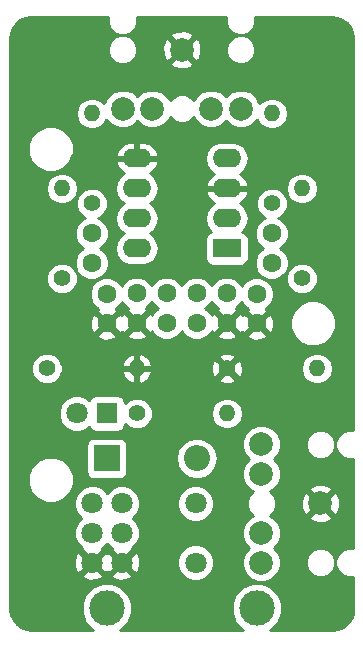
<source format=gbr>
G04 #@! TF.GenerationSoftware,KiCad,Pcbnew,5.0.1*
G04 #@! TF.CreationDate,2018-10-19T13:46:36+02:00*
G04 #@! TF.ProjectId,MicroFlux,4D6963726F466C75782E6B696361645F,rev?*
G04 #@! TF.SameCoordinates,Original*
G04 #@! TF.FileFunction,Copper,L2,Bot,Signal*
G04 #@! TF.FilePolarity,Positive*
%FSLAX46Y46*%
G04 Gerber Fmt 4.6, Leading zero omitted, Abs format (unit mm)*
G04 Created by KiCad (PCBNEW 5.0.1) date Fri 19 Oct 2018 01:46:36 PM CEST*
%MOMM*%
%LPD*%
G01*
G04 APERTURE LIST*
G04 #@! TA.AperFunction,ComponentPad*
%ADD10C,1.600000*%
G04 #@! TD*
G04 #@! TA.AperFunction,ComponentPad*
%ADD11R,1.800000X1.800000*%
G04 #@! TD*
G04 #@! TA.AperFunction,ComponentPad*
%ADD12C,1.800000*%
G04 #@! TD*
G04 #@! TA.AperFunction,ComponentPad*
%ADD13R,2.200000X2.200000*%
G04 #@! TD*
G04 #@! TA.AperFunction,ComponentPad*
%ADD14O,2.200000X2.200000*%
G04 #@! TD*
G04 #@! TA.AperFunction,ComponentPad*
%ADD15C,1.400000*%
G04 #@! TD*
G04 #@! TA.AperFunction,ComponentPad*
%ADD16O,1.400000X1.400000*%
G04 #@! TD*
G04 #@! TA.AperFunction,ComponentPad*
%ADD17C,2.000000*%
G04 #@! TD*
G04 #@! TA.AperFunction,ComponentPad*
%ADD18C,3.000000*%
G04 #@! TD*
G04 #@! TA.AperFunction,ComponentPad*
%ADD19R,2.400000X1.600000*%
G04 #@! TD*
G04 #@! TA.AperFunction,ComponentPad*
%ADD20O,2.400000X1.600000*%
G04 #@! TD*
G04 #@! TA.AperFunction,Conductor*
%ADD21C,0.254000*%
G04 #@! TD*
G04 APERTURE END LIST*
D10*
G04 #@! TO.P,C7,2*
G04 #@! TO.N,GNDREF*
X177800000Y-90170000D03*
G04 #@! TO.P,C7,1*
G04 #@! TO.N,+BATT*
X177800000Y-87670000D03*
G04 #@! TD*
G04 #@! TO.P,C8,1*
G04 #@! TO.N,GNDREF*
X190500000Y-90170000D03*
G04 #@! TO.P,C8,2*
G04 #@! TO.N,-BATT*
X190500000Y-87670000D03*
G04 #@! TD*
D11*
G04 #@! TO.P,D1,1*
G04 #@! TO.N,Net-(D1-Pad1)*
X177800000Y-97790000D03*
D12*
G04 #@! TO.P,D1,2*
G04 #@! TO.N,+BATT*
X175260000Y-97790000D03*
G04 #@! TD*
D13*
G04 #@! TO.P,D2,1*
G04 #@! TO.N,+BATT*
X177800000Y-101600000D03*
D14*
G04 #@! TO.P,D2,2*
G04 #@! TO.N,Net-(D2-Pad2)*
X185420000Y-101600000D03*
G04 #@! TD*
D15*
G04 #@! TO.P,R7,1*
G04 #@! TO.N,GNDREF*
X187960000Y-93980000D03*
D16*
G04 #@! TO.P,R7,2*
G04 #@! TO.N,-BATT*
X195580000Y-93980000D03*
G04 #@! TD*
G04 #@! TO.P,R1,2*
G04 #@! TO.N,IN_LEFT*
X176530000Y-72390000D03*
D15*
G04 #@! TO.P,R1,1*
G04 #@! TO.N,Net-(C1-Pad2)*
X176530000Y-80010000D03*
G04 #@! TD*
G04 #@! TO.P,R2,1*
G04 #@! TO.N,Net-(C2-Pad2)*
X191770000Y-80010000D03*
D16*
G04 #@! TO.P,R2,2*
G04 #@! TO.N,IN_RIGHT*
X191770000Y-72390000D03*
G04 #@! TD*
G04 #@! TO.P,R3,2*
G04 #@! TO.N,Net-(C1-Pad2)*
X173990000Y-78740000D03*
D15*
G04 #@! TO.P,R3,1*
G04 #@! TO.N,AMPLIFIED_LEFT*
X173990000Y-86360000D03*
G04 #@! TD*
G04 #@! TO.P,R4,1*
G04 #@! TO.N,AMPLIFIED_RIGHT*
X194310000Y-86360000D03*
D16*
G04 #@! TO.P,R4,2*
G04 #@! TO.N,Net-(C2-Pad2)*
X194310000Y-78740000D03*
G04 #@! TD*
G04 #@! TO.P,R5,2*
G04 #@! TO.N,-BATT*
X187960000Y-97790000D03*
D15*
G04 #@! TO.P,R5,1*
G04 #@! TO.N,Net-(D1-Pad1)*
X180340000Y-97790000D03*
G04 #@! TD*
G04 #@! TO.P,R6,1*
G04 #@! TO.N,+BATT*
X172720000Y-93980000D03*
D16*
G04 #@! TO.P,R6,2*
G04 #@! TO.N,GNDREF*
X180340000Y-93980000D03*
G04 #@! TD*
D17*
G04 #@! TO.P,J1,T*
G04 #@! TO.N,Net-(J1-PadT)*
X190890000Y-100410000D03*
G04 #@! TO.P,J1,TN*
G04 #@! TO.N,Net-(J1-PadTN)*
X190890000Y-102910000D03*
G04 #@! TO.P,J1,RN*
G04 #@! TO.N,Net-(J1-PadRN)*
X190890000Y-107910000D03*
G04 #@! TO.P,J1,R*
G04 #@! TO.N,Net-(J1-PadR)*
X190890000Y-110410000D03*
G04 #@! TO.P,J1,S*
G04 #@! TO.N,GNDREF*
X195890000Y-105410000D03*
G04 #@! TD*
G04 #@! TO.P,J2,T*
G04 #@! TO.N,IN_LEFT*
X179150000Y-72000000D03*
G04 #@! TO.P,J2,TN*
G04 #@! TO.N,Net-(J2-PadTN)*
X181650000Y-72000000D03*
G04 #@! TO.P,J2,RN*
G04 #@! TO.N,Net-(J2-PadRN)*
X186650000Y-72000000D03*
G04 #@! TO.P,J2,R*
G04 #@! TO.N,IN_RIGHT*
X189150000Y-72000000D03*
G04 #@! TO.P,J2,S*
G04 #@! TO.N,GNDREF*
X184150000Y-67000000D03*
G04 #@! TD*
D18*
G04 #@! TO.P,BT1,1*
G04 #@! TO.N,Net-(BT1-Pad1)*
X177800000Y-114300000D03*
G04 #@! TO.P,BT1,2*
G04 #@! TO.N,-BATT*
X190500000Y-114300000D03*
G04 #@! TD*
D10*
G04 #@! TO.P,C1,2*
G04 #@! TO.N,Net-(C1-Pad2)*
X176530000Y-85050000D03*
G04 #@! TO.P,C1,1*
G04 #@! TO.N,AMPLIFIED_LEFT*
X176530000Y-82550000D03*
G04 #@! TD*
G04 #@! TO.P,C2,1*
G04 #@! TO.N,AMPLIFIED_RIGHT*
X191770000Y-82550000D03*
G04 #@! TO.P,C2,2*
G04 #@! TO.N,Net-(C2-Pad2)*
X191770000Y-85050000D03*
G04 #@! TD*
G04 #@! TO.P,C3,2*
G04 #@! TO.N,AMPLIFIED_LEFT*
X182880000Y-87630000D03*
G04 #@! TO.P,C3,1*
G04 #@! TO.N,Net-(C3-Pad1)*
X182880000Y-90130000D03*
G04 #@! TD*
G04 #@! TO.P,C4,1*
G04 #@! TO.N,Net-(C4-Pad1)*
X185420000Y-90130000D03*
G04 #@! TO.P,C4,2*
G04 #@! TO.N,AMPLIFIED_RIGHT*
X185420000Y-87630000D03*
G04 #@! TD*
G04 #@! TO.P,C5,2*
G04 #@! TO.N,GNDREF*
X180340000Y-90130000D03*
G04 #@! TO.P,C5,1*
G04 #@! TO.N,+BATT*
X180340000Y-87630000D03*
G04 #@! TD*
G04 #@! TO.P,C6,1*
G04 #@! TO.N,GNDREF*
X187960000Y-90130000D03*
G04 #@! TO.P,C6,2*
G04 #@! TO.N,-BATT*
X187960000Y-87630000D03*
G04 #@! TD*
D19*
G04 #@! TO.P,U1,1*
G04 #@! TO.N,AMPLIFIED_RIGHT*
X187960000Y-83820000D03*
D20*
G04 #@! TO.P,U1,5*
G04 #@! TO.N,GNDREF*
X180340000Y-76200000D03*
G04 #@! TO.P,U1,2*
G04 #@! TO.N,Net-(C2-Pad2)*
X187960000Y-81280000D03*
G04 #@! TO.P,U1,6*
G04 #@! TO.N,Net-(C1-Pad2)*
X180340000Y-78740000D03*
G04 #@! TO.P,U1,3*
G04 #@! TO.N,GNDREF*
X187960000Y-78740000D03*
G04 #@! TO.P,U1,7*
G04 #@! TO.N,AMPLIFIED_LEFT*
X180340000Y-81280000D03*
G04 #@! TO.P,U1,4*
G04 #@! TO.N,-BATT*
X187960000Y-76200000D03*
G04 #@! TO.P,U1,8*
G04 #@! TO.N,+BATT*
X180340000Y-83820000D03*
G04 #@! TD*
D12*
G04 #@! TO.P,RV1,4*
G04 #@! TO.N,Net-(C4-Pad1)*
X179070000Y-105410000D03*
G04 #@! TO.P,RV1,5*
G04 #@! TO.N,Net-(J1-PadR)*
X179070000Y-107910000D03*
G04 #@! TO.P,RV1,6*
G04 #@! TO.N,GNDREF*
X179070000Y-110410000D03*
G04 #@! TO.P,RV1,1*
G04 #@! TO.N,Net-(C3-Pad1)*
X176570000Y-105410000D03*
G04 #@! TO.P,RV1,2*
G04 #@! TO.N,Net-(J1-PadT)*
X176570000Y-107910000D03*
G04 #@! TO.P,RV1,3*
G04 #@! TO.N,GNDREF*
X176570000Y-110410000D03*
G04 #@! TO.P,RV1,8*
G04 #@! TO.N,Net-(BT1-Pad1)*
X185320000Y-110410000D03*
G04 #@! TO.P,RV1,7*
G04 #@! TO.N,Net-(D2-Pad2)*
X185320000Y-105410000D03*
G04 #@! TD*
D21*
G04 #@! TO.N,GNDREF*
G36*
X177915000Y-64254343D02*
X177915000Y-64745657D01*
X178103018Y-65199571D01*
X178450429Y-65546982D01*
X178904343Y-65735000D01*
X179395657Y-65735000D01*
X179849571Y-65546982D01*
X180196982Y-65199571D01*
X180385000Y-64745657D01*
X180385000Y-64254343D01*
X180366632Y-64210000D01*
X187933368Y-64210000D01*
X187915000Y-64254343D01*
X187915000Y-64745657D01*
X188103018Y-65199571D01*
X188450429Y-65546982D01*
X188904343Y-65735000D01*
X189395657Y-65735000D01*
X189849571Y-65546982D01*
X190196982Y-65199571D01*
X190385000Y-64745657D01*
X190385000Y-64254343D01*
X190366632Y-64210000D01*
X196805334Y-64210000D01*
X197303698Y-64272958D01*
X197728893Y-64441305D01*
X198098858Y-64710101D01*
X198390356Y-65062462D01*
X198585067Y-65476244D01*
X198677093Y-65958662D01*
X198680001Y-66051195D01*
X198680000Y-99193368D01*
X198635657Y-99175000D01*
X198144343Y-99175000D01*
X197690429Y-99363018D01*
X197343018Y-99710429D01*
X197155000Y-100164343D01*
X197155000Y-100655657D01*
X197343018Y-101109571D01*
X197690429Y-101456982D01*
X198144343Y-101645000D01*
X198635657Y-101645000D01*
X198680000Y-101626632D01*
X198680000Y-109193368D01*
X198635657Y-109175000D01*
X198144343Y-109175000D01*
X197690429Y-109363018D01*
X197343018Y-109710429D01*
X197155000Y-110164343D01*
X197155000Y-110655657D01*
X197343018Y-111109571D01*
X197690429Y-111456982D01*
X198144343Y-111645000D01*
X198635657Y-111645000D01*
X198680000Y-111626632D01*
X198680000Y-114255333D01*
X198617042Y-114753699D01*
X198448697Y-115178889D01*
X198179899Y-115548859D01*
X197827541Y-115840355D01*
X197413756Y-116035067D01*
X196931339Y-116127093D01*
X196838836Y-116130000D01*
X191661014Y-116130000D01*
X191709380Y-116109966D01*
X192309966Y-115509380D01*
X192635000Y-114724678D01*
X192635000Y-113875322D01*
X192309966Y-113090620D01*
X191709380Y-112490034D01*
X190924678Y-112165000D01*
X190075322Y-112165000D01*
X189290620Y-112490034D01*
X188690034Y-113090620D01*
X188365000Y-113875322D01*
X188365000Y-114724678D01*
X188690034Y-115509380D01*
X189290620Y-116109966D01*
X189338986Y-116130000D01*
X178961014Y-116130000D01*
X179009380Y-116109966D01*
X179609966Y-115509380D01*
X179935000Y-114724678D01*
X179935000Y-113875322D01*
X179609966Y-113090620D01*
X179009380Y-112490034D01*
X178224678Y-112165000D01*
X177375322Y-112165000D01*
X176590620Y-112490034D01*
X175990034Y-113090620D01*
X175665000Y-113875322D01*
X175665000Y-114724678D01*
X175990034Y-115509380D01*
X176590620Y-116109966D01*
X176638986Y-116130000D01*
X171494667Y-116130000D01*
X170996301Y-116067042D01*
X170571111Y-115898697D01*
X170201141Y-115629899D01*
X169909645Y-115277541D01*
X169714933Y-114863756D01*
X169622907Y-114381339D01*
X169620000Y-114288836D01*
X169620000Y-111490159D01*
X175669446Y-111490159D01*
X175755852Y-111746643D01*
X176329336Y-111956458D01*
X176939460Y-111930839D01*
X177384148Y-111746643D01*
X177470554Y-111490159D01*
X178169446Y-111490159D01*
X178255852Y-111746643D01*
X178829336Y-111956458D01*
X179439460Y-111930839D01*
X179884148Y-111746643D01*
X179970554Y-111490159D01*
X179070000Y-110589605D01*
X178169446Y-111490159D01*
X177470554Y-111490159D01*
X176570000Y-110589605D01*
X175669446Y-111490159D01*
X169620000Y-111490159D01*
X169620000Y-110169336D01*
X175023542Y-110169336D01*
X175049161Y-110779460D01*
X175233357Y-111224148D01*
X175489841Y-111310554D01*
X176390395Y-110410000D01*
X176749605Y-110410000D01*
X177650159Y-111310554D01*
X177820000Y-111253337D01*
X177989841Y-111310554D01*
X178890395Y-110410000D01*
X179249605Y-110410000D01*
X180150159Y-111310554D01*
X180406643Y-111224148D01*
X180616458Y-110650664D01*
X180593532Y-110104670D01*
X183785000Y-110104670D01*
X183785000Y-110715330D01*
X184018690Y-111279507D01*
X184450493Y-111711310D01*
X185014670Y-111945000D01*
X185625330Y-111945000D01*
X186189507Y-111711310D01*
X186621310Y-111279507D01*
X186855000Y-110715330D01*
X186855000Y-110104670D01*
X186621310Y-109540493D01*
X186189507Y-109108690D01*
X185625330Y-108875000D01*
X185014670Y-108875000D01*
X184450493Y-109108690D01*
X184018690Y-109540493D01*
X183785000Y-110104670D01*
X180593532Y-110104670D01*
X180590839Y-110040540D01*
X180406643Y-109595852D01*
X180150159Y-109509446D01*
X179249605Y-110410000D01*
X178890395Y-110410000D01*
X177989841Y-109509446D01*
X177820000Y-109566663D01*
X177650159Y-109509446D01*
X176749605Y-110410000D01*
X176390395Y-110410000D01*
X175489841Y-109509446D01*
X175233357Y-109595852D01*
X175023542Y-110169336D01*
X169620000Y-110169336D01*
X169620000Y-103015105D01*
X171115000Y-103015105D01*
X171115000Y-103784895D01*
X171409586Y-104496090D01*
X171953910Y-105040414D01*
X172665105Y-105335000D01*
X173434895Y-105335000D01*
X173990961Y-105104670D01*
X175035000Y-105104670D01*
X175035000Y-105715330D01*
X175268690Y-106279507D01*
X175649183Y-106660000D01*
X175268690Y-107040493D01*
X175035000Y-107604670D01*
X175035000Y-108215330D01*
X175268690Y-108779507D01*
X175700493Y-109211310D01*
X175708290Y-109214539D01*
X175669446Y-109329841D01*
X176570000Y-110230395D01*
X177470554Y-109329841D01*
X177431710Y-109214539D01*
X177439507Y-109211310D01*
X177820000Y-108830817D01*
X178200493Y-109211310D01*
X178208290Y-109214539D01*
X178169446Y-109329841D01*
X179070000Y-110230395D01*
X179970554Y-109329841D01*
X179931710Y-109214539D01*
X179939507Y-109211310D01*
X180371310Y-108779507D01*
X180605000Y-108215330D01*
X180605000Y-107604670D01*
X180371310Y-107040493D01*
X179990817Y-106660000D01*
X180371310Y-106279507D01*
X180605000Y-105715330D01*
X180605000Y-105104670D01*
X183785000Y-105104670D01*
X183785000Y-105715330D01*
X184018690Y-106279507D01*
X184450493Y-106711310D01*
X185014670Y-106945000D01*
X185625330Y-106945000D01*
X186189507Y-106711310D01*
X186621310Y-106279507D01*
X186855000Y-105715330D01*
X186855000Y-105104670D01*
X186621310Y-104540493D01*
X186189507Y-104108690D01*
X185625330Y-103875000D01*
X185014670Y-103875000D01*
X184450493Y-104108690D01*
X184018690Y-104540493D01*
X183785000Y-105104670D01*
X180605000Y-105104670D01*
X180371310Y-104540493D01*
X179939507Y-104108690D01*
X179375330Y-103875000D01*
X178764670Y-103875000D01*
X178200493Y-104108690D01*
X177820000Y-104489183D01*
X177439507Y-104108690D01*
X176875330Y-103875000D01*
X176264670Y-103875000D01*
X175700493Y-104108690D01*
X175268690Y-104540493D01*
X175035000Y-105104670D01*
X173990961Y-105104670D01*
X174146090Y-105040414D01*
X174690414Y-104496090D01*
X174985000Y-103784895D01*
X174985000Y-103015105D01*
X174690414Y-102303910D01*
X174146090Y-101759586D01*
X173434895Y-101465000D01*
X172665105Y-101465000D01*
X171953910Y-101759586D01*
X171409586Y-102303910D01*
X171115000Y-103015105D01*
X169620000Y-103015105D01*
X169620000Y-100500000D01*
X176052560Y-100500000D01*
X176052560Y-102700000D01*
X176101843Y-102947765D01*
X176242191Y-103157809D01*
X176452235Y-103298157D01*
X176700000Y-103347440D01*
X178900000Y-103347440D01*
X179147765Y-103298157D01*
X179357809Y-103157809D01*
X179498157Y-102947765D01*
X179547440Y-102700000D01*
X179547440Y-101600000D01*
X183651010Y-101600000D01*
X183785666Y-102276963D01*
X184169135Y-102850865D01*
X184743037Y-103234334D01*
X185249120Y-103335000D01*
X185590880Y-103335000D01*
X186096963Y-103234334D01*
X186670865Y-102850865D01*
X187054334Y-102276963D01*
X187188990Y-101600000D01*
X187054334Y-100923037D01*
X186670865Y-100349135D01*
X186275227Y-100084778D01*
X189255000Y-100084778D01*
X189255000Y-100735222D01*
X189503914Y-101336153D01*
X189827761Y-101660000D01*
X189503914Y-101983847D01*
X189255000Y-102584778D01*
X189255000Y-103235222D01*
X189503914Y-103836153D01*
X189963847Y-104296086D01*
X190171393Y-104382054D01*
X189843018Y-104710429D01*
X189655000Y-105164343D01*
X189655000Y-105655657D01*
X189843018Y-106109571D01*
X190171393Y-106437946D01*
X189963847Y-106523914D01*
X189503914Y-106983847D01*
X189255000Y-107584778D01*
X189255000Y-108235222D01*
X189503914Y-108836153D01*
X189827761Y-109160000D01*
X189503914Y-109483847D01*
X189255000Y-110084778D01*
X189255000Y-110735222D01*
X189503914Y-111336153D01*
X189963847Y-111796086D01*
X190564778Y-112045000D01*
X191215222Y-112045000D01*
X191816153Y-111796086D01*
X192276086Y-111336153D01*
X192525000Y-110735222D01*
X192525000Y-110164343D01*
X194655000Y-110164343D01*
X194655000Y-110655657D01*
X194843018Y-111109571D01*
X195190429Y-111456982D01*
X195644343Y-111645000D01*
X196135657Y-111645000D01*
X196589571Y-111456982D01*
X196936982Y-111109571D01*
X197125000Y-110655657D01*
X197125000Y-110164343D01*
X196936982Y-109710429D01*
X196589571Y-109363018D01*
X196135657Y-109175000D01*
X195644343Y-109175000D01*
X195190429Y-109363018D01*
X194843018Y-109710429D01*
X194655000Y-110164343D01*
X192525000Y-110164343D01*
X192525000Y-110084778D01*
X192276086Y-109483847D01*
X191952239Y-109160000D01*
X192276086Y-108836153D01*
X192525000Y-108235222D01*
X192525000Y-107584778D01*
X192276086Y-106983847D01*
X191854771Y-106562532D01*
X194917073Y-106562532D01*
X195015736Y-106829387D01*
X195625461Y-107055908D01*
X196275460Y-107031856D01*
X196764264Y-106829387D01*
X196862927Y-106562532D01*
X195890000Y-105589605D01*
X194917073Y-106562532D01*
X191854771Y-106562532D01*
X191816153Y-106523914D01*
X191608607Y-106437946D01*
X191936982Y-106109571D01*
X192125000Y-105655657D01*
X192125000Y-105164343D01*
X192117179Y-105145461D01*
X194244092Y-105145461D01*
X194268144Y-105795460D01*
X194470613Y-106284264D01*
X194737468Y-106382927D01*
X195710395Y-105410000D01*
X196069605Y-105410000D01*
X197042532Y-106382927D01*
X197309387Y-106284264D01*
X197535908Y-105674539D01*
X197511856Y-105024540D01*
X197309387Y-104535736D01*
X197042532Y-104437073D01*
X196069605Y-105410000D01*
X195710395Y-105410000D01*
X194737468Y-104437073D01*
X194470613Y-104535736D01*
X194244092Y-105145461D01*
X192117179Y-105145461D01*
X191936982Y-104710429D01*
X191608607Y-104382054D01*
X191816153Y-104296086D01*
X191854771Y-104257468D01*
X194917073Y-104257468D01*
X195890000Y-105230395D01*
X196862927Y-104257468D01*
X196764264Y-103990613D01*
X196154539Y-103764092D01*
X195504540Y-103788144D01*
X195015736Y-103990613D01*
X194917073Y-104257468D01*
X191854771Y-104257468D01*
X192276086Y-103836153D01*
X192525000Y-103235222D01*
X192525000Y-102584778D01*
X192276086Y-101983847D01*
X191952239Y-101660000D01*
X192276086Y-101336153D01*
X192525000Y-100735222D01*
X192525000Y-100164343D01*
X194655000Y-100164343D01*
X194655000Y-100655657D01*
X194843018Y-101109571D01*
X195190429Y-101456982D01*
X195644343Y-101645000D01*
X196135657Y-101645000D01*
X196589571Y-101456982D01*
X196936982Y-101109571D01*
X197125000Y-100655657D01*
X197125000Y-100164343D01*
X196936982Y-99710429D01*
X196589571Y-99363018D01*
X196135657Y-99175000D01*
X195644343Y-99175000D01*
X195190429Y-99363018D01*
X194843018Y-99710429D01*
X194655000Y-100164343D01*
X192525000Y-100164343D01*
X192525000Y-100084778D01*
X192276086Y-99483847D01*
X191816153Y-99023914D01*
X191215222Y-98775000D01*
X190564778Y-98775000D01*
X189963847Y-99023914D01*
X189503914Y-99483847D01*
X189255000Y-100084778D01*
X186275227Y-100084778D01*
X186096963Y-99965666D01*
X185590880Y-99865000D01*
X185249120Y-99865000D01*
X184743037Y-99965666D01*
X184169135Y-100349135D01*
X183785666Y-100923037D01*
X183651010Y-101600000D01*
X179547440Y-101600000D01*
X179547440Y-100500000D01*
X179498157Y-100252235D01*
X179357809Y-100042191D01*
X179147765Y-99901843D01*
X178900000Y-99852560D01*
X176700000Y-99852560D01*
X176452235Y-99901843D01*
X176242191Y-100042191D01*
X176101843Y-100252235D01*
X176052560Y-100500000D01*
X169620000Y-100500000D01*
X169620000Y-97484670D01*
X173725000Y-97484670D01*
X173725000Y-98095330D01*
X173958690Y-98659507D01*
X174390493Y-99091310D01*
X174954670Y-99325000D01*
X175565330Y-99325000D01*
X176129507Y-99091310D01*
X176298725Y-98922092D01*
X176301843Y-98937765D01*
X176442191Y-99147809D01*
X176652235Y-99288157D01*
X176900000Y-99337440D01*
X178700000Y-99337440D01*
X178947765Y-99288157D01*
X179157809Y-99147809D01*
X179298157Y-98937765D01*
X179347440Y-98690000D01*
X179347440Y-98685415D01*
X179583783Y-98921758D01*
X180074452Y-99125000D01*
X180605548Y-99125000D01*
X181096217Y-98921758D01*
X181471758Y-98546217D01*
X181675000Y-98055548D01*
X181675000Y-97790000D01*
X186598846Y-97790000D01*
X186702458Y-98310891D01*
X186997519Y-98752481D01*
X187439109Y-99047542D01*
X187828515Y-99125000D01*
X188091485Y-99125000D01*
X188480891Y-99047542D01*
X188922481Y-98752481D01*
X189217542Y-98310891D01*
X189321154Y-97790000D01*
X189217542Y-97269109D01*
X188922481Y-96827519D01*
X188480891Y-96532458D01*
X188091485Y-96455000D01*
X187828515Y-96455000D01*
X187439109Y-96532458D01*
X186997519Y-96827519D01*
X186702458Y-97269109D01*
X186598846Y-97790000D01*
X181675000Y-97790000D01*
X181675000Y-97524452D01*
X181471758Y-97033783D01*
X181096217Y-96658242D01*
X180605548Y-96455000D01*
X180074452Y-96455000D01*
X179583783Y-96658242D01*
X179347440Y-96894585D01*
X179347440Y-96890000D01*
X179298157Y-96642235D01*
X179157809Y-96432191D01*
X178947765Y-96291843D01*
X178700000Y-96242560D01*
X176900000Y-96242560D01*
X176652235Y-96291843D01*
X176442191Y-96432191D01*
X176301843Y-96642235D01*
X176298725Y-96657908D01*
X176129507Y-96488690D01*
X175565330Y-96255000D01*
X174954670Y-96255000D01*
X174390493Y-96488690D01*
X173958690Y-96920493D01*
X173725000Y-97484670D01*
X169620000Y-97484670D01*
X169620000Y-93714452D01*
X171385000Y-93714452D01*
X171385000Y-94245548D01*
X171588242Y-94736217D01*
X171963783Y-95111758D01*
X172454452Y-95315000D01*
X172985548Y-95315000D01*
X173476217Y-95111758D01*
X173851758Y-94736217D01*
X174026924Y-94313329D01*
X179047284Y-94313329D01*
X179190203Y-94658396D01*
X179537337Y-95046764D01*
X180006669Y-95272727D01*
X180213000Y-95150206D01*
X180213000Y-94107000D01*
X180467000Y-94107000D01*
X180467000Y-95150206D01*
X180673331Y-95272727D01*
X181142663Y-95046764D01*
X181260191Y-94915275D01*
X187204331Y-94915275D01*
X187266169Y-95151042D01*
X187767122Y-95327419D01*
X188297440Y-95298664D01*
X188653831Y-95151042D01*
X188715669Y-94915275D01*
X187960000Y-94159605D01*
X187204331Y-94915275D01*
X181260191Y-94915275D01*
X181489797Y-94658396D01*
X181632716Y-94313329D01*
X181509374Y-94107000D01*
X180467000Y-94107000D01*
X180213000Y-94107000D01*
X179170626Y-94107000D01*
X179047284Y-94313329D01*
X174026924Y-94313329D01*
X174055000Y-94245548D01*
X174055000Y-93714452D01*
X174026925Y-93646671D01*
X179047284Y-93646671D01*
X179170626Y-93853000D01*
X180213000Y-93853000D01*
X180213000Y-92809794D01*
X180467000Y-92809794D01*
X180467000Y-93853000D01*
X181509374Y-93853000D01*
X181548755Y-93787122D01*
X186612581Y-93787122D01*
X186641336Y-94317440D01*
X186788958Y-94673831D01*
X187024725Y-94735669D01*
X187780395Y-93980000D01*
X188139605Y-93980000D01*
X188895275Y-94735669D01*
X189131042Y-94673831D01*
X189307419Y-94172878D01*
X189296961Y-93980000D01*
X194218846Y-93980000D01*
X194322458Y-94500891D01*
X194617519Y-94942481D01*
X195059109Y-95237542D01*
X195448515Y-95315000D01*
X195711485Y-95315000D01*
X196100891Y-95237542D01*
X196542481Y-94942481D01*
X196837542Y-94500891D01*
X196941154Y-93980000D01*
X196837542Y-93459109D01*
X196542481Y-93017519D01*
X196100891Y-92722458D01*
X195711485Y-92645000D01*
X195448515Y-92645000D01*
X195059109Y-92722458D01*
X194617519Y-93017519D01*
X194322458Y-93459109D01*
X194218846Y-93980000D01*
X189296961Y-93980000D01*
X189278664Y-93642560D01*
X189131042Y-93286169D01*
X188895275Y-93224331D01*
X188139605Y-93980000D01*
X187780395Y-93980000D01*
X187024725Y-93224331D01*
X186788958Y-93286169D01*
X186612581Y-93787122D01*
X181548755Y-93787122D01*
X181632716Y-93646671D01*
X181489797Y-93301604D01*
X181260192Y-93044725D01*
X187204331Y-93044725D01*
X187960000Y-93800395D01*
X188715669Y-93044725D01*
X188653831Y-92808958D01*
X188152878Y-92632581D01*
X187622560Y-92661336D01*
X187266169Y-92808958D01*
X187204331Y-93044725D01*
X181260192Y-93044725D01*
X181142663Y-92913236D01*
X180673331Y-92687273D01*
X180467000Y-92809794D01*
X180213000Y-92809794D01*
X180006669Y-92687273D01*
X179537337Y-92913236D01*
X179190203Y-93301604D01*
X179047284Y-93646671D01*
X174026925Y-93646671D01*
X173851758Y-93223783D01*
X173476217Y-92848242D01*
X172985548Y-92645000D01*
X172454452Y-92645000D01*
X171963783Y-92848242D01*
X171588242Y-93223783D01*
X171385000Y-93714452D01*
X169620000Y-93714452D01*
X169620000Y-91177745D01*
X176971861Y-91177745D01*
X177045995Y-91423864D01*
X177583223Y-91616965D01*
X178153454Y-91589778D01*
X178554005Y-91423864D01*
X178628139Y-91177745D01*
X178588140Y-91137745D01*
X179511861Y-91137745D01*
X179585995Y-91383864D01*
X180123223Y-91576965D01*
X180693454Y-91549778D01*
X181094005Y-91383864D01*
X181168139Y-91137745D01*
X180340000Y-90309605D01*
X179511861Y-91137745D01*
X178588140Y-91137745D01*
X177800000Y-90349605D01*
X176971861Y-91177745D01*
X169620000Y-91177745D01*
X169620000Y-89953223D01*
X176353035Y-89953223D01*
X176380222Y-90523454D01*
X176546136Y-90924005D01*
X176792255Y-90998139D01*
X177620395Y-90170000D01*
X177979605Y-90170000D01*
X178807745Y-90998139D01*
X179053864Y-90924005D01*
X179076555Y-90860875D01*
X179086136Y-90884005D01*
X179332255Y-90958139D01*
X180160395Y-90130000D01*
X179332255Y-89301861D01*
X179086136Y-89375995D01*
X179063445Y-89439125D01*
X179053864Y-89415995D01*
X178807745Y-89341861D01*
X177979605Y-90170000D01*
X177620395Y-90170000D01*
X176792255Y-89341861D01*
X176546136Y-89415995D01*
X176353035Y-89953223D01*
X169620000Y-89953223D01*
X169620000Y-86094452D01*
X172655000Y-86094452D01*
X172655000Y-86625548D01*
X172858242Y-87116217D01*
X173233783Y-87491758D01*
X173724452Y-87695000D01*
X174255548Y-87695000D01*
X174746217Y-87491758D01*
X174853414Y-87384561D01*
X176365000Y-87384561D01*
X176365000Y-87955439D01*
X176583466Y-88482862D01*
X176987138Y-88886534D01*
X177052299Y-88913525D01*
X177045995Y-88916136D01*
X176971861Y-89162255D01*
X177800000Y-89990395D01*
X178628139Y-89162255D01*
X178554005Y-88916136D01*
X178547254Y-88913710D01*
X178612862Y-88886534D01*
X179016534Y-88482862D01*
X179078284Y-88333784D01*
X179123466Y-88442862D01*
X179527138Y-88846534D01*
X179592299Y-88873525D01*
X179585995Y-88876136D01*
X179511861Y-89122255D01*
X180340000Y-89950395D01*
X181168139Y-89122255D01*
X181094005Y-88876136D01*
X181087254Y-88873710D01*
X181152862Y-88846534D01*
X181556534Y-88442862D01*
X181610000Y-88313784D01*
X181663466Y-88442862D01*
X182067138Y-88846534D01*
X182147932Y-88880000D01*
X182067138Y-88913466D01*
X181663466Y-89317138D01*
X181616475Y-89430583D01*
X181593864Y-89375995D01*
X181347745Y-89301861D01*
X180519605Y-90130000D01*
X181347745Y-90958139D01*
X181593864Y-90884005D01*
X181614874Y-90825552D01*
X181663466Y-90942862D01*
X182067138Y-91346534D01*
X182594561Y-91565000D01*
X183165439Y-91565000D01*
X183692862Y-91346534D01*
X184096534Y-90942862D01*
X184150000Y-90813784D01*
X184203466Y-90942862D01*
X184607138Y-91346534D01*
X185134561Y-91565000D01*
X185705439Y-91565000D01*
X186232862Y-91346534D01*
X186441651Y-91137745D01*
X187131861Y-91137745D01*
X187205995Y-91383864D01*
X187743223Y-91576965D01*
X188313454Y-91549778D01*
X188714005Y-91383864D01*
X188776090Y-91177745D01*
X189671861Y-91177745D01*
X189745995Y-91423864D01*
X190283223Y-91616965D01*
X190853454Y-91589778D01*
X191254005Y-91423864D01*
X191328139Y-91177745D01*
X190500000Y-90349605D01*
X189671861Y-91177745D01*
X188776090Y-91177745D01*
X188788139Y-91137745D01*
X187960000Y-90309605D01*
X187131861Y-91137745D01*
X186441651Y-91137745D01*
X186636534Y-90942862D01*
X186683525Y-90829417D01*
X186706136Y-90884005D01*
X186952255Y-90958139D01*
X187780395Y-90130000D01*
X188139605Y-90130000D01*
X188967745Y-90958139D01*
X189213864Y-90884005D01*
X189221160Y-90863707D01*
X189246136Y-90924005D01*
X189492255Y-90998139D01*
X190320395Y-90170000D01*
X190679605Y-90170000D01*
X191507745Y-90998139D01*
X191753864Y-90924005D01*
X191946965Y-90386777D01*
X191919778Y-89816546D01*
X191898471Y-89765105D01*
X193315000Y-89765105D01*
X193315000Y-90534895D01*
X193609586Y-91246090D01*
X194153910Y-91790414D01*
X194865105Y-92085000D01*
X195634895Y-92085000D01*
X196346090Y-91790414D01*
X196890414Y-91246090D01*
X197185000Y-90534895D01*
X197185000Y-89765105D01*
X196890414Y-89053910D01*
X196346090Y-88509586D01*
X195634895Y-88215000D01*
X194865105Y-88215000D01*
X194153910Y-88509586D01*
X193609586Y-89053910D01*
X193315000Y-89765105D01*
X191898471Y-89765105D01*
X191753864Y-89415995D01*
X191507745Y-89341861D01*
X190679605Y-90170000D01*
X190320395Y-90170000D01*
X189492255Y-89341861D01*
X189246136Y-89415995D01*
X189238840Y-89436293D01*
X189213864Y-89375995D01*
X188967745Y-89301861D01*
X188139605Y-90130000D01*
X187780395Y-90130000D01*
X186952255Y-89301861D01*
X186706136Y-89375995D01*
X186685126Y-89434448D01*
X186636534Y-89317138D01*
X186232862Y-88913466D01*
X186152068Y-88880000D01*
X186232862Y-88846534D01*
X186636534Y-88442862D01*
X186690000Y-88313784D01*
X186743466Y-88442862D01*
X187147138Y-88846534D01*
X187212299Y-88873525D01*
X187205995Y-88876136D01*
X187131861Y-89122255D01*
X187960000Y-89950395D01*
X188788139Y-89122255D01*
X188714005Y-88876136D01*
X188707254Y-88873710D01*
X188772862Y-88846534D01*
X189176534Y-88442862D01*
X189221716Y-88333784D01*
X189283466Y-88482862D01*
X189687138Y-88886534D01*
X189752299Y-88913525D01*
X189745995Y-88916136D01*
X189671861Y-89162255D01*
X190500000Y-89990395D01*
X191328139Y-89162255D01*
X191254005Y-88916136D01*
X191247254Y-88913710D01*
X191312862Y-88886534D01*
X191716534Y-88482862D01*
X191935000Y-87955439D01*
X191935000Y-87384561D01*
X191716534Y-86857138D01*
X191312862Y-86453466D01*
X190785439Y-86235000D01*
X190214561Y-86235000D01*
X189687138Y-86453466D01*
X189283466Y-86857138D01*
X189238284Y-86966216D01*
X189176534Y-86817138D01*
X188772862Y-86413466D01*
X188245439Y-86195000D01*
X187674561Y-86195000D01*
X187147138Y-86413466D01*
X186743466Y-86817138D01*
X186690000Y-86946216D01*
X186636534Y-86817138D01*
X186232862Y-86413466D01*
X185705439Y-86195000D01*
X185134561Y-86195000D01*
X184607138Y-86413466D01*
X184203466Y-86817138D01*
X184150000Y-86946216D01*
X184096534Y-86817138D01*
X183692862Y-86413466D01*
X183165439Y-86195000D01*
X182594561Y-86195000D01*
X182067138Y-86413466D01*
X181663466Y-86817138D01*
X181610000Y-86946216D01*
X181556534Y-86817138D01*
X181152862Y-86413466D01*
X180625439Y-86195000D01*
X180054561Y-86195000D01*
X179527138Y-86413466D01*
X179123466Y-86817138D01*
X179061716Y-86966216D01*
X179016534Y-86857138D01*
X178612862Y-86453466D01*
X178085439Y-86235000D01*
X177514561Y-86235000D01*
X176987138Y-86453466D01*
X176583466Y-86857138D01*
X176365000Y-87384561D01*
X174853414Y-87384561D01*
X175121758Y-87116217D01*
X175325000Y-86625548D01*
X175325000Y-86094452D01*
X175121758Y-85603783D01*
X174746217Y-85228242D01*
X174255548Y-85025000D01*
X173724452Y-85025000D01*
X173233783Y-85228242D01*
X172858242Y-85603783D01*
X172655000Y-86094452D01*
X169620000Y-86094452D01*
X169620000Y-82264561D01*
X175095000Y-82264561D01*
X175095000Y-82835439D01*
X175313466Y-83362862D01*
X175717138Y-83766534D01*
X175797932Y-83800000D01*
X175717138Y-83833466D01*
X175313466Y-84237138D01*
X175095000Y-84764561D01*
X175095000Y-85335439D01*
X175313466Y-85862862D01*
X175717138Y-86266534D01*
X176244561Y-86485000D01*
X176815439Y-86485000D01*
X177342862Y-86266534D01*
X177746534Y-85862862D01*
X177965000Y-85335439D01*
X177965000Y-84764561D01*
X177746534Y-84237138D01*
X177342862Y-83833466D01*
X177262068Y-83800000D01*
X177342862Y-83766534D01*
X177746534Y-83362862D01*
X177965000Y-82835439D01*
X177965000Y-82264561D01*
X177746534Y-81737138D01*
X177342862Y-81333466D01*
X177083128Y-81225880D01*
X177286217Y-81141758D01*
X177661758Y-80766217D01*
X177865000Y-80275548D01*
X177865000Y-79744452D01*
X177661758Y-79253783D01*
X177286217Y-78878242D01*
X176952472Y-78740000D01*
X178476887Y-78740000D01*
X178588260Y-79299909D01*
X178905423Y-79774577D01*
X179257758Y-80010000D01*
X178905423Y-80245423D01*
X178588260Y-80720091D01*
X178476887Y-81280000D01*
X178588260Y-81839909D01*
X178905423Y-82314577D01*
X179257758Y-82550000D01*
X178905423Y-82785423D01*
X178588260Y-83260091D01*
X178476887Y-83820000D01*
X178588260Y-84379909D01*
X178905423Y-84854577D01*
X179380091Y-85171740D01*
X179798667Y-85255000D01*
X180881333Y-85255000D01*
X181299909Y-85171740D01*
X181774577Y-84854577D01*
X182091740Y-84379909D01*
X182203113Y-83820000D01*
X182091740Y-83260091D01*
X181774577Y-82785423D01*
X181422242Y-82550000D01*
X181774577Y-82314577D01*
X182091740Y-81839909D01*
X182203113Y-81280000D01*
X186096887Y-81280000D01*
X186208260Y-81839909D01*
X186525423Y-82314577D01*
X186646106Y-82395215D01*
X186512235Y-82421843D01*
X186302191Y-82562191D01*
X186161843Y-82772235D01*
X186112560Y-83020000D01*
X186112560Y-84620000D01*
X186161843Y-84867765D01*
X186302191Y-85077809D01*
X186512235Y-85218157D01*
X186760000Y-85267440D01*
X189160000Y-85267440D01*
X189407765Y-85218157D01*
X189617809Y-85077809D01*
X189758157Y-84867765D01*
X189807440Y-84620000D01*
X189807440Y-83020000D01*
X189758157Y-82772235D01*
X189617809Y-82562191D01*
X189407765Y-82421843D01*
X189273894Y-82395215D01*
X189394577Y-82314577D01*
X189427996Y-82264561D01*
X190335000Y-82264561D01*
X190335000Y-82835439D01*
X190553466Y-83362862D01*
X190957138Y-83766534D01*
X191037932Y-83800000D01*
X190957138Y-83833466D01*
X190553466Y-84237138D01*
X190335000Y-84764561D01*
X190335000Y-85335439D01*
X190553466Y-85862862D01*
X190957138Y-86266534D01*
X191484561Y-86485000D01*
X192055439Y-86485000D01*
X192582862Y-86266534D01*
X192754944Y-86094452D01*
X192975000Y-86094452D01*
X192975000Y-86625548D01*
X193178242Y-87116217D01*
X193553783Y-87491758D01*
X194044452Y-87695000D01*
X194575548Y-87695000D01*
X195066217Y-87491758D01*
X195441758Y-87116217D01*
X195645000Y-86625548D01*
X195645000Y-86094452D01*
X195441758Y-85603783D01*
X195066217Y-85228242D01*
X194575548Y-85025000D01*
X194044452Y-85025000D01*
X193553783Y-85228242D01*
X193178242Y-85603783D01*
X192975000Y-86094452D01*
X192754944Y-86094452D01*
X192986534Y-85862862D01*
X193205000Y-85335439D01*
X193205000Y-84764561D01*
X192986534Y-84237138D01*
X192582862Y-83833466D01*
X192502068Y-83800000D01*
X192582862Y-83766534D01*
X192986534Y-83362862D01*
X193205000Y-82835439D01*
X193205000Y-82264561D01*
X192986534Y-81737138D01*
X192582862Y-81333466D01*
X192323128Y-81225880D01*
X192526217Y-81141758D01*
X192901758Y-80766217D01*
X193105000Y-80275548D01*
X193105000Y-79744452D01*
X192901758Y-79253783D01*
X192526217Y-78878242D01*
X192192472Y-78740000D01*
X192948846Y-78740000D01*
X193052458Y-79260891D01*
X193347519Y-79702481D01*
X193789109Y-79997542D01*
X194178515Y-80075000D01*
X194441485Y-80075000D01*
X194830891Y-79997542D01*
X195272481Y-79702481D01*
X195567542Y-79260891D01*
X195671154Y-78740000D01*
X195567542Y-78219109D01*
X195272481Y-77777519D01*
X194830891Y-77482458D01*
X194441485Y-77405000D01*
X194178515Y-77405000D01*
X193789109Y-77482458D01*
X193347519Y-77777519D01*
X193052458Y-78219109D01*
X192948846Y-78740000D01*
X192192472Y-78740000D01*
X192035548Y-78675000D01*
X191504452Y-78675000D01*
X191013783Y-78878242D01*
X190638242Y-79253783D01*
X190435000Y-79744452D01*
X190435000Y-80275548D01*
X190638242Y-80766217D01*
X191013783Y-81141758D01*
X191216872Y-81225880D01*
X190957138Y-81333466D01*
X190553466Y-81737138D01*
X190335000Y-82264561D01*
X189427996Y-82264561D01*
X189711740Y-81839909D01*
X189823113Y-81280000D01*
X189711740Y-80720091D01*
X189394577Y-80245423D01*
X189038501Y-80007501D01*
X189464500Y-79664896D01*
X189734367Y-79171819D01*
X189751904Y-79089039D01*
X189629915Y-78867000D01*
X188087000Y-78867000D01*
X188087000Y-78887000D01*
X187833000Y-78887000D01*
X187833000Y-78867000D01*
X186290085Y-78867000D01*
X186168096Y-79089039D01*
X186185633Y-79171819D01*
X186455500Y-79664896D01*
X186881499Y-80007501D01*
X186525423Y-80245423D01*
X186208260Y-80720091D01*
X186096887Y-81280000D01*
X182203113Y-81280000D01*
X182091740Y-80720091D01*
X181774577Y-80245423D01*
X181422242Y-80010000D01*
X181774577Y-79774577D01*
X182091740Y-79299909D01*
X182203113Y-78740000D01*
X182091740Y-78180091D01*
X181774577Y-77705423D01*
X181418501Y-77467501D01*
X181844500Y-77124896D01*
X182114367Y-76631819D01*
X182131904Y-76549039D01*
X182009915Y-76327000D01*
X180467000Y-76327000D01*
X180467000Y-76347000D01*
X180213000Y-76347000D01*
X180213000Y-76327000D01*
X178670085Y-76327000D01*
X178548096Y-76549039D01*
X178565633Y-76631819D01*
X178835500Y-77124896D01*
X179261499Y-77467501D01*
X178905423Y-77705423D01*
X178588260Y-78180091D01*
X178476887Y-78740000D01*
X176952472Y-78740000D01*
X176795548Y-78675000D01*
X176264452Y-78675000D01*
X175773783Y-78878242D01*
X175398242Y-79253783D01*
X175195000Y-79744452D01*
X175195000Y-80275548D01*
X175398242Y-80766217D01*
X175773783Y-81141758D01*
X175976872Y-81225880D01*
X175717138Y-81333466D01*
X175313466Y-81737138D01*
X175095000Y-82264561D01*
X169620000Y-82264561D01*
X169620000Y-78740000D01*
X172628846Y-78740000D01*
X172732458Y-79260891D01*
X173027519Y-79702481D01*
X173469109Y-79997542D01*
X173858515Y-80075000D01*
X174121485Y-80075000D01*
X174510891Y-79997542D01*
X174952481Y-79702481D01*
X175247542Y-79260891D01*
X175351154Y-78740000D01*
X175247542Y-78219109D01*
X174952481Y-77777519D01*
X174510891Y-77482458D01*
X174121485Y-77405000D01*
X173858515Y-77405000D01*
X173469109Y-77482458D01*
X173027519Y-77777519D01*
X172732458Y-78219109D01*
X172628846Y-78740000D01*
X169620000Y-78740000D01*
X169620000Y-75015105D01*
X171115000Y-75015105D01*
X171115000Y-75784895D01*
X171409586Y-76496090D01*
X171953910Y-77040414D01*
X172665105Y-77335000D01*
X173434895Y-77335000D01*
X174146090Y-77040414D01*
X174690414Y-76496090D01*
X174813057Y-76200000D01*
X186096887Y-76200000D01*
X186208260Y-76759909D01*
X186525423Y-77234577D01*
X186881499Y-77472499D01*
X186455500Y-77815104D01*
X186185633Y-78308181D01*
X186168096Y-78390961D01*
X186290085Y-78613000D01*
X187833000Y-78613000D01*
X187833000Y-78593000D01*
X188087000Y-78593000D01*
X188087000Y-78613000D01*
X189629915Y-78613000D01*
X189751904Y-78390961D01*
X189734367Y-78308181D01*
X189464500Y-77815104D01*
X189038501Y-77472499D01*
X189394577Y-77234577D01*
X189711740Y-76759909D01*
X189823113Y-76200000D01*
X189711740Y-75640091D01*
X189394577Y-75165423D01*
X188919909Y-74848260D01*
X188501333Y-74765000D01*
X187418667Y-74765000D01*
X187000091Y-74848260D01*
X186525423Y-75165423D01*
X186208260Y-75640091D01*
X186096887Y-76200000D01*
X174813057Y-76200000D01*
X174957634Y-75850961D01*
X178548096Y-75850961D01*
X178670085Y-76073000D01*
X180213000Y-76073000D01*
X180213000Y-74765000D01*
X180467000Y-74765000D01*
X180467000Y-76073000D01*
X182009915Y-76073000D01*
X182131904Y-75850961D01*
X182114367Y-75768181D01*
X181844500Y-75275104D01*
X181406483Y-74922834D01*
X180867000Y-74765000D01*
X180467000Y-74765000D01*
X180213000Y-74765000D01*
X179813000Y-74765000D01*
X179273517Y-74922834D01*
X178835500Y-75275104D01*
X178565633Y-75768181D01*
X178548096Y-75850961D01*
X174957634Y-75850961D01*
X174985000Y-75784895D01*
X174985000Y-75015105D01*
X174690414Y-74303910D01*
X174146090Y-73759586D01*
X173434895Y-73465000D01*
X172665105Y-73465000D01*
X171953910Y-73759586D01*
X171409586Y-74303910D01*
X171115000Y-75015105D01*
X169620000Y-75015105D01*
X169620000Y-72390000D01*
X175168846Y-72390000D01*
X175272458Y-72910891D01*
X175567519Y-73352481D01*
X176009109Y-73647542D01*
X176398515Y-73725000D01*
X176661485Y-73725000D01*
X177050891Y-73647542D01*
X177492481Y-73352481D01*
X177771965Y-72934204D01*
X178223847Y-73386086D01*
X178824778Y-73635000D01*
X179475222Y-73635000D01*
X180076153Y-73386086D01*
X180400000Y-73062239D01*
X180723847Y-73386086D01*
X181324778Y-73635000D01*
X181975222Y-73635000D01*
X182576153Y-73386086D01*
X183036086Y-72926153D01*
X183122054Y-72718607D01*
X183450429Y-73046982D01*
X183904343Y-73235000D01*
X184395657Y-73235000D01*
X184849571Y-73046982D01*
X185177946Y-72718607D01*
X185263914Y-72926153D01*
X185723847Y-73386086D01*
X186324778Y-73635000D01*
X186975222Y-73635000D01*
X187576153Y-73386086D01*
X187900000Y-73062239D01*
X188223847Y-73386086D01*
X188824778Y-73635000D01*
X189475222Y-73635000D01*
X190076153Y-73386086D01*
X190528035Y-72934204D01*
X190807519Y-73352481D01*
X191249109Y-73647542D01*
X191638515Y-73725000D01*
X191901485Y-73725000D01*
X192290891Y-73647542D01*
X192732481Y-73352481D01*
X193027542Y-72910891D01*
X193131154Y-72390000D01*
X193027542Y-71869109D01*
X192732481Y-71427519D01*
X192290891Y-71132458D01*
X191901485Y-71055000D01*
X191638515Y-71055000D01*
X191249109Y-71132458D01*
X190807519Y-71427519D01*
X190730393Y-71542946D01*
X190536086Y-71073847D01*
X190076153Y-70613914D01*
X189475222Y-70365000D01*
X188824778Y-70365000D01*
X188223847Y-70613914D01*
X187900000Y-70937761D01*
X187576153Y-70613914D01*
X186975222Y-70365000D01*
X186324778Y-70365000D01*
X185723847Y-70613914D01*
X185263914Y-71073847D01*
X185177946Y-71281393D01*
X184849571Y-70953018D01*
X184395657Y-70765000D01*
X183904343Y-70765000D01*
X183450429Y-70953018D01*
X183122054Y-71281393D01*
X183036086Y-71073847D01*
X182576153Y-70613914D01*
X181975222Y-70365000D01*
X181324778Y-70365000D01*
X180723847Y-70613914D01*
X180400000Y-70937761D01*
X180076153Y-70613914D01*
X179475222Y-70365000D01*
X178824778Y-70365000D01*
X178223847Y-70613914D01*
X177763914Y-71073847D01*
X177569607Y-71542946D01*
X177492481Y-71427519D01*
X177050891Y-71132458D01*
X176661485Y-71055000D01*
X176398515Y-71055000D01*
X176009109Y-71132458D01*
X175567519Y-71427519D01*
X175272458Y-71869109D01*
X175168846Y-72390000D01*
X169620000Y-72390000D01*
X169620000Y-66754343D01*
X177915000Y-66754343D01*
X177915000Y-67245657D01*
X178103018Y-67699571D01*
X178450429Y-68046982D01*
X178904343Y-68235000D01*
X179395657Y-68235000D01*
X179594751Y-68152532D01*
X183177073Y-68152532D01*
X183275736Y-68419387D01*
X183885461Y-68645908D01*
X184535460Y-68621856D01*
X185024264Y-68419387D01*
X185122927Y-68152532D01*
X184150000Y-67179605D01*
X183177073Y-68152532D01*
X179594751Y-68152532D01*
X179849571Y-68046982D01*
X180196982Y-67699571D01*
X180385000Y-67245657D01*
X180385000Y-66754343D01*
X180377179Y-66735461D01*
X182504092Y-66735461D01*
X182528144Y-67385460D01*
X182730613Y-67874264D01*
X182997468Y-67972927D01*
X183970395Y-67000000D01*
X184329605Y-67000000D01*
X185302532Y-67972927D01*
X185569387Y-67874264D01*
X185795908Y-67264539D01*
X185777030Y-66754343D01*
X187915000Y-66754343D01*
X187915000Y-67245657D01*
X188103018Y-67699571D01*
X188450429Y-68046982D01*
X188904343Y-68235000D01*
X189395657Y-68235000D01*
X189849571Y-68046982D01*
X190196982Y-67699571D01*
X190385000Y-67245657D01*
X190385000Y-66754343D01*
X190196982Y-66300429D01*
X189849571Y-65953018D01*
X189395657Y-65765000D01*
X188904343Y-65765000D01*
X188450429Y-65953018D01*
X188103018Y-66300429D01*
X187915000Y-66754343D01*
X185777030Y-66754343D01*
X185771856Y-66614540D01*
X185569387Y-66125736D01*
X185302532Y-66027073D01*
X184329605Y-67000000D01*
X183970395Y-67000000D01*
X182997468Y-66027073D01*
X182730613Y-66125736D01*
X182504092Y-66735461D01*
X180377179Y-66735461D01*
X180196982Y-66300429D01*
X179849571Y-65953018D01*
X179594752Y-65847468D01*
X183177073Y-65847468D01*
X184150000Y-66820395D01*
X185122927Y-65847468D01*
X185024264Y-65580613D01*
X184414539Y-65354092D01*
X183764540Y-65378144D01*
X183275736Y-65580613D01*
X183177073Y-65847468D01*
X179594752Y-65847468D01*
X179395657Y-65765000D01*
X178904343Y-65765000D01*
X178450429Y-65953018D01*
X178103018Y-66300429D01*
X177915000Y-66754343D01*
X169620000Y-66754343D01*
X169620000Y-66084666D01*
X169682958Y-65586302D01*
X169851305Y-65161107D01*
X170120101Y-64791142D01*
X170472462Y-64499644D01*
X170886244Y-64304933D01*
X171368662Y-64212907D01*
X171461164Y-64210000D01*
X177933368Y-64210000D01*
X177915000Y-64254343D01*
X177915000Y-64254343D01*
G37*
X177915000Y-64254343D02*
X177915000Y-64745657D01*
X178103018Y-65199571D01*
X178450429Y-65546982D01*
X178904343Y-65735000D01*
X179395657Y-65735000D01*
X179849571Y-65546982D01*
X180196982Y-65199571D01*
X180385000Y-64745657D01*
X180385000Y-64254343D01*
X180366632Y-64210000D01*
X187933368Y-64210000D01*
X187915000Y-64254343D01*
X187915000Y-64745657D01*
X188103018Y-65199571D01*
X188450429Y-65546982D01*
X188904343Y-65735000D01*
X189395657Y-65735000D01*
X189849571Y-65546982D01*
X190196982Y-65199571D01*
X190385000Y-64745657D01*
X190385000Y-64254343D01*
X190366632Y-64210000D01*
X196805334Y-64210000D01*
X197303698Y-64272958D01*
X197728893Y-64441305D01*
X198098858Y-64710101D01*
X198390356Y-65062462D01*
X198585067Y-65476244D01*
X198677093Y-65958662D01*
X198680001Y-66051195D01*
X198680000Y-99193368D01*
X198635657Y-99175000D01*
X198144343Y-99175000D01*
X197690429Y-99363018D01*
X197343018Y-99710429D01*
X197155000Y-100164343D01*
X197155000Y-100655657D01*
X197343018Y-101109571D01*
X197690429Y-101456982D01*
X198144343Y-101645000D01*
X198635657Y-101645000D01*
X198680000Y-101626632D01*
X198680000Y-109193368D01*
X198635657Y-109175000D01*
X198144343Y-109175000D01*
X197690429Y-109363018D01*
X197343018Y-109710429D01*
X197155000Y-110164343D01*
X197155000Y-110655657D01*
X197343018Y-111109571D01*
X197690429Y-111456982D01*
X198144343Y-111645000D01*
X198635657Y-111645000D01*
X198680000Y-111626632D01*
X198680000Y-114255333D01*
X198617042Y-114753699D01*
X198448697Y-115178889D01*
X198179899Y-115548859D01*
X197827541Y-115840355D01*
X197413756Y-116035067D01*
X196931339Y-116127093D01*
X196838836Y-116130000D01*
X191661014Y-116130000D01*
X191709380Y-116109966D01*
X192309966Y-115509380D01*
X192635000Y-114724678D01*
X192635000Y-113875322D01*
X192309966Y-113090620D01*
X191709380Y-112490034D01*
X190924678Y-112165000D01*
X190075322Y-112165000D01*
X189290620Y-112490034D01*
X188690034Y-113090620D01*
X188365000Y-113875322D01*
X188365000Y-114724678D01*
X188690034Y-115509380D01*
X189290620Y-116109966D01*
X189338986Y-116130000D01*
X178961014Y-116130000D01*
X179009380Y-116109966D01*
X179609966Y-115509380D01*
X179935000Y-114724678D01*
X179935000Y-113875322D01*
X179609966Y-113090620D01*
X179009380Y-112490034D01*
X178224678Y-112165000D01*
X177375322Y-112165000D01*
X176590620Y-112490034D01*
X175990034Y-113090620D01*
X175665000Y-113875322D01*
X175665000Y-114724678D01*
X175990034Y-115509380D01*
X176590620Y-116109966D01*
X176638986Y-116130000D01*
X171494667Y-116130000D01*
X170996301Y-116067042D01*
X170571111Y-115898697D01*
X170201141Y-115629899D01*
X169909645Y-115277541D01*
X169714933Y-114863756D01*
X169622907Y-114381339D01*
X169620000Y-114288836D01*
X169620000Y-111490159D01*
X175669446Y-111490159D01*
X175755852Y-111746643D01*
X176329336Y-111956458D01*
X176939460Y-111930839D01*
X177384148Y-111746643D01*
X177470554Y-111490159D01*
X178169446Y-111490159D01*
X178255852Y-111746643D01*
X178829336Y-111956458D01*
X179439460Y-111930839D01*
X179884148Y-111746643D01*
X179970554Y-111490159D01*
X179070000Y-110589605D01*
X178169446Y-111490159D01*
X177470554Y-111490159D01*
X176570000Y-110589605D01*
X175669446Y-111490159D01*
X169620000Y-111490159D01*
X169620000Y-110169336D01*
X175023542Y-110169336D01*
X175049161Y-110779460D01*
X175233357Y-111224148D01*
X175489841Y-111310554D01*
X176390395Y-110410000D01*
X176749605Y-110410000D01*
X177650159Y-111310554D01*
X177820000Y-111253337D01*
X177989841Y-111310554D01*
X178890395Y-110410000D01*
X179249605Y-110410000D01*
X180150159Y-111310554D01*
X180406643Y-111224148D01*
X180616458Y-110650664D01*
X180593532Y-110104670D01*
X183785000Y-110104670D01*
X183785000Y-110715330D01*
X184018690Y-111279507D01*
X184450493Y-111711310D01*
X185014670Y-111945000D01*
X185625330Y-111945000D01*
X186189507Y-111711310D01*
X186621310Y-111279507D01*
X186855000Y-110715330D01*
X186855000Y-110104670D01*
X186621310Y-109540493D01*
X186189507Y-109108690D01*
X185625330Y-108875000D01*
X185014670Y-108875000D01*
X184450493Y-109108690D01*
X184018690Y-109540493D01*
X183785000Y-110104670D01*
X180593532Y-110104670D01*
X180590839Y-110040540D01*
X180406643Y-109595852D01*
X180150159Y-109509446D01*
X179249605Y-110410000D01*
X178890395Y-110410000D01*
X177989841Y-109509446D01*
X177820000Y-109566663D01*
X177650159Y-109509446D01*
X176749605Y-110410000D01*
X176390395Y-110410000D01*
X175489841Y-109509446D01*
X175233357Y-109595852D01*
X175023542Y-110169336D01*
X169620000Y-110169336D01*
X169620000Y-103015105D01*
X171115000Y-103015105D01*
X171115000Y-103784895D01*
X171409586Y-104496090D01*
X171953910Y-105040414D01*
X172665105Y-105335000D01*
X173434895Y-105335000D01*
X173990961Y-105104670D01*
X175035000Y-105104670D01*
X175035000Y-105715330D01*
X175268690Y-106279507D01*
X175649183Y-106660000D01*
X175268690Y-107040493D01*
X175035000Y-107604670D01*
X175035000Y-108215330D01*
X175268690Y-108779507D01*
X175700493Y-109211310D01*
X175708290Y-109214539D01*
X175669446Y-109329841D01*
X176570000Y-110230395D01*
X177470554Y-109329841D01*
X177431710Y-109214539D01*
X177439507Y-109211310D01*
X177820000Y-108830817D01*
X178200493Y-109211310D01*
X178208290Y-109214539D01*
X178169446Y-109329841D01*
X179070000Y-110230395D01*
X179970554Y-109329841D01*
X179931710Y-109214539D01*
X179939507Y-109211310D01*
X180371310Y-108779507D01*
X180605000Y-108215330D01*
X180605000Y-107604670D01*
X180371310Y-107040493D01*
X179990817Y-106660000D01*
X180371310Y-106279507D01*
X180605000Y-105715330D01*
X180605000Y-105104670D01*
X183785000Y-105104670D01*
X183785000Y-105715330D01*
X184018690Y-106279507D01*
X184450493Y-106711310D01*
X185014670Y-106945000D01*
X185625330Y-106945000D01*
X186189507Y-106711310D01*
X186621310Y-106279507D01*
X186855000Y-105715330D01*
X186855000Y-105104670D01*
X186621310Y-104540493D01*
X186189507Y-104108690D01*
X185625330Y-103875000D01*
X185014670Y-103875000D01*
X184450493Y-104108690D01*
X184018690Y-104540493D01*
X183785000Y-105104670D01*
X180605000Y-105104670D01*
X180371310Y-104540493D01*
X179939507Y-104108690D01*
X179375330Y-103875000D01*
X178764670Y-103875000D01*
X178200493Y-104108690D01*
X177820000Y-104489183D01*
X177439507Y-104108690D01*
X176875330Y-103875000D01*
X176264670Y-103875000D01*
X175700493Y-104108690D01*
X175268690Y-104540493D01*
X175035000Y-105104670D01*
X173990961Y-105104670D01*
X174146090Y-105040414D01*
X174690414Y-104496090D01*
X174985000Y-103784895D01*
X174985000Y-103015105D01*
X174690414Y-102303910D01*
X174146090Y-101759586D01*
X173434895Y-101465000D01*
X172665105Y-101465000D01*
X171953910Y-101759586D01*
X171409586Y-102303910D01*
X171115000Y-103015105D01*
X169620000Y-103015105D01*
X169620000Y-100500000D01*
X176052560Y-100500000D01*
X176052560Y-102700000D01*
X176101843Y-102947765D01*
X176242191Y-103157809D01*
X176452235Y-103298157D01*
X176700000Y-103347440D01*
X178900000Y-103347440D01*
X179147765Y-103298157D01*
X179357809Y-103157809D01*
X179498157Y-102947765D01*
X179547440Y-102700000D01*
X179547440Y-101600000D01*
X183651010Y-101600000D01*
X183785666Y-102276963D01*
X184169135Y-102850865D01*
X184743037Y-103234334D01*
X185249120Y-103335000D01*
X185590880Y-103335000D01*
X186096963Y-103234334D01*
X186670865Y-102850865D01*
X187054334Y-102276963D01*
X187188990Y-101600000D01*
X187054334Y-100923037D01*
X186670865Y-100349135D01*
X186275227Y-100084778D01*
X189255000Y-100084778D01*
X189255000Y-100735222D01*
X189503914Y-101336153D01*
X189827761Y-101660000D01*
X189503914Y-101983847D01*
X189255000Y-102584778D01*
X189255000Y-103235222D01*
X189503914Y-103836153D01*
X189963847Y-104296086D01*
X190171393Y-104382054D01*
X189843018Y-104710429D01*
X189655000Y-105164343D01*
X189655000Y-105655657D01*
X189843018Y-106109571D01*
X190171393Y-106437946D01*
X189963847Y-106523914D01*
X189503914Y-106983847D01*
X189255000Y-107584778D01*
X189255000Y-108235222D01*
X189503914Y-108836153D01*
X189827761Y-109160000D01*
X189503914Y-109483847D01*
X189255000Y-110084778D01*
X189255000Y-110735222D01*
X189503914Y-111336153D01*
X189963847Y-111796086D01*
X190564778Y-112045000D01*
X191215222Y-112045000D01*
X191816153Y-111796086D01*
X192276086Y-111336153D01*
X192525000Y-110735222D01*
X192525000Y-110164343D01*
X194655000Y-110164343D01*
X194655000Y-110655657D01*
X194843018Y-111109571D01*
X195190429Y-111456982D01*
X195644343Y-111645000D01*
X196135657Y-111645000D01*
X196589571Y-111456982D01*
X196936982Y-111109571D01*
X197125000Y-110655657D01*
X197125000Y-110164343D01*
X196936982Y-109710429D01*
X196589571Y-109363018D01*
X196135657Y-109175000D01*
X195644343Y-109175000D01*
X195190429Y-109363018D01*
X194843018Y-109710429D01*
X194655000Y-110164343D01*
X192525000Y-110164343D01*
X192525000Y-110084778D01*
X192276086Y-109483847D01*
X191952239Y-109160000D01*
X192276086Y-108836153D01*
X192525000Y-108235222D01*
X192525000Y-107584778D01*
X192276086Y-106983847D01*
X191854771Y-106562532D01*
X194917073Y-106562532D01*
X195015736Y-106829387D01*
X195625461Y-107055908D01*
X196275460Y-107031856D01*
X196764264Y-106829387D01*
X196862927Y-106562532D01*
X195890000Y-105589605D01*
X194917073Y-106562532D01*
X191854771Y-106562532D01*
X191816153Y-106523914D01*
X191608607Y-106437946D01*
X191936982Y-106109571D01*
X192125000Y-105655657D01*
X192125000Y-105164343D01*
X192117179Y-105145461D01*
X194244092Y-105145461D01*
X194268144Y-105795460D01*
X194470613Y-106284264D01*
X194737468Y-106382927D01*
X195710395Y-105410000D01*
X196069605Y-105410000D01*
X197042532Y-106382927D01*
X197309387Y-106284264D01*
X197535908Y-105674539D01*
X197511856Y-105024540D01*
X197309387Y-104535736D01*
X197042532Y-104437073D01*
X196069605Y-105410000D01*
X195710395Y-105410000D01*
X194737468Y-104437073D01*
X194470613Y-104535736D01*
X194244092Y-105145461D01*
X192117179Y-105145461D01*
X191936982Y-104710429D01*
X191608607Y-104382054D01*
X191816153Y-104296086D01*
X191854771Y-104257468D01*
X194917073Y-104257468D01*
X195890000Y-105230395D01*
X196862927Y-104257468D01*
X196764264Y-103990613D01*
X196154539Y-103764092D01*
X195504540Y-103788144D01*
X195015736Y-103990613D01*
X194917073Y-104257468D01*
X191854771Y-104257468D01*
X192276086Y-103836153D01*
X192525000Y-103235222D01*
X192525000Y-102584778D01*
X192276086Y-101983847D01*
X191952239Y-101660000D01*
X192276086Y-101336153D01*
X192525000Y-100735222D01*
X192525000Y-100164343D01*
X194655000Y-100164343D01*
X194655000Y-100655657D01*
X194843018Y-101109571D01*
X195190429Y-101456982D01*
X195644343Y-101645000D01*
X196135657Y-101645000D01*
X196589571Y-101456982D01*
X196936982Y-101109571D01*
X197125000Y-100655657D01*
X197125000Y-100164343D01*
X196936982Y-99710429D01*
X196589571Y-99363018D01*
X196135657Y-99175000D01*
X195644343Y-99175000D01*
X195190429Y-99363018D01*
X194843018Y-99710429D01*
X194655000Y-100164343D01*
X192525000Y-100164343D01*
X192525000Y-100084778D01*
X192276086Y-99483847D01*
X191816153Y-99023914D01*
X191215222Y-98775000D01*
X190564778Y-98775000D01*
X189963847Y-99023914D01*
X189503914Y-99483847D01*
X189255000Y-100084778D01*
X186275227Y-100084778D01*
X186096963Y-99965666D01*
X185590880Y-99865000D01*
X185249120Y-99865000D01*
X184743037Y-99965666D01*
X184169135Y-100349135D01*
X183785666Y-100923037D01*
X183651010Y-101600000D01*
X179547440Y-101600000D01*
X179547440Y-100500000D01*
X179498157Y-100252235D01*
X179357809Y-100042191D01*
X179147765Y-99901843D01*
X178900000Y-99852560D01*
X176700000Y-99852560D01*
X176452235Y-99901843D01*
X176242191Y-100042191D01*
X176101843Y-100252235D01*
X176052560Y-100500000D01*
X169620000Y-100500000D01*
X169620000Y-97484670D01*
X173725000Y-97484670D01*
X173725000Y-98095330D01*
X173958690Y-98659507D01*
X174390493Y-99091310D01*
X174954670Y-99325000D01*
X175565330Y-99325000D01*
X176129507Y-99091310D01*
X176298725Y-98922092D01*
X176301843Y-98937765D01*
X176442191Y-99147809D01*
X176652235Y-99288157D01*
X176900000Y-99337440D01*
X178700000Y-99337440D01*
X178947765Y-99288157D01*
X179157809Y-99147809D01*
X179298157Y-98937765D01*
X179347440Y-98690000D01*
X179347440Y-98685415D01*
X179583783Y-98921758D01*
X180074452Y-99125000D01*
X180605548Y-99125000D01*
X181096217Y-98921758D01*
X181471758Y-98546217D01*
X181675000Y-98055548D01*
X181675000Y-97790000D01*
X186598846Y-97790000D01*
X186702458Y-98310891D01*
X186997519Y-98752481D01*
X187439109Y-99047542D01*
X187828515Y-99125000D01*
X188091485Y-99125000D01*
X188480891Y-99047542D01*
X188922481Y-98752481D01*
X189217542Y-98310891D01*
X189321154Y-97790000D01*
X189217542Y-97269109D01*
X188922481Y-96827519D01*
X188480891Y-96532458D01*
X188091485Y-96455000D01*
X187828515Y-96455000D01*
X187439109Y-96532458D01*
X186997519Y-96827519D01*
X186702458Y-97269109D01*
X186598846Y-97790000D01*
X181675000Y-97790000D01*
X181675000Y-97524452D01*
X181471758Y-97033783D01*
X181096217Y-96658242D01*
X180605548Y-96455000D01*
X180074452Y-96455000D01*
X179583783Y-96658242D01*
X179347440Y-96894585D01*
X179347440Y-96890000D01*
X179298157Y-96642235D01*
X179157809Y-96432191D01*
X178947765Y-96291843D01*
X178700000Y-96242560D01*
X176900000Y-96242560D01*
X176652235Y-96291843D01*
X176442191Y-96432191D01*
X176301843Y-96642235D01*
X176298725Y-96657908D01*
X176129507Y-96488690D01*
X175565330Y-96255000D01*
X174954670Y-96255000D01*
X174390493Y-96488690D01*
X173958690Y-96920493D01*
X173725000Y-97484670D01*
X169620000Y-97484670D01*
X169620000Y-93714452D01*
X171385000Y-93714452D01*
X171385000Y-94245548D01*
X171588242Y-94736217D01*
X171963783Y-95111758D01*
X172454452Y-95315000D01*
X172985548Y-95315000D01*
X173476217Y-95111758D01*
X173851758Y-94736217D01*
X174026924Y-94313329D01*
X179047284Y-94313329D01*
X179190203Y-94658396D01*
X179537337Y-95046764D01*
X180006669Y-95272727D01*
X180213000Y-95150206D01*
X180213000Y-94107000D01*
X180467000Y-94107000D01*
X180467000Y-95150206D01*
X180673331Y-95272727D01*
X181142663Y-95046764D01*
X181260191Y-94915275D01*
X187204331Y-94915275D01*
X187266169Y-95151042D01*
X187767122Y-95327419D01*
X188297440Y-95298664D01*
X188653831Y-95151042D01*
X188715669Y-94915275D01*
X187960000Y-94159605D01*
X187204331Y-94915275D01*
X181260191Y-94915275D01*
X181489797Y-94658396D01*
X181632716Y-94313329D01*
X181509374Y-94107000D01*
X180467000Y-94107000D01*
X180213000Y-94107000D01*
X179170626Y-94107000D01*
X179047284Y-94313329D01*
X174026924Y-94313329D01*
X174055000Y-94245548D01*
X174055000Y-93714452D01*
X174026925Y-93646671D01*
X179047284Y-93646671D01*
X179170626Y-93853000D01*
X180213000Y-93853000D01*
X180213000Y-92809794D01*
X180467000Y-92809794D01*
X180467000Y-93853000D01*
X181509374Y-93853000D01*
X181548755Y-93787122D01*
X186612581Y-93787122D01*
X186641336Y-94317440D01*
X186788958Y-94673831D01*
X187024725Y-94735669D01*
X187780395Y-93980000D01*
X188139605Y-93980000D01*
X188895275Y-94735669D01*
X189131042Y-94673831D01*
X189307419Y-94172878D01*
X189296961Y-93980000D01*
X194218846Y-93980000D01*
X194322458Y-94500891D01*
X194617519Y-94942481D01*
X195059109Y-95237542D01*
X195448515Y-95315000D01*
X195711485Y-95315000D01*
X196100891Y-95237542D01*
X196542481Y-94942481D01*
X196837542Y-94500891D01*
X196941154Y-93980000D01*
X196837542Y-93459109D01*
X196542481Y-93017519D01*
X196100891Y-92722458D01*
X195711485Y-92645000D01*
X195448515Y-92645000D01*
X195059109Y-92722458D01*
X194617519Y-93017519D01*
X194322458Y-93459109D01*
X194218846Y-93980000D01*
X189296961Y-93980000D01*
X189278664Y-93642560D01*
X189131042Y-93286169D01*
X188895275Y-93224331D01*
X188139605Y-93980000D01*
X187780395Y-93980000D01*
X187024725Y-93224331D01*
X186788958Y-93286169D01*
X186612581Y-93787122D01*
X181548755Y-93787122D01*
X181632716Y-93646671D01*
X181489797Y-93301604D01*
X181260192Y-93044725D01*
X187204331Y-93044725D01*
X187960000Y-93800395D01*
X188715669Y-93044725D01*
X188653831Y-92808958D01*
X188152878Y-92632581D01*
X187622560Y-92661336D01*
X187266169Y-92808958D01*
X187204331Y-93044725D01*
X181260192Y-93044725D01*
X181142663Y-92913236D01*
X180673331Y-92687273D01*
X180467000Y-92809794D01*
X180213000Y-92809794D01*
X180006669Y-92687273D01*
X179537337Y-92913236D01*
X179190203Y-93301604D01*
X179047284Y-93646671D01*
X174026925Y-93646671D01*
X173851758Y-93223783D01*
X173476217Y-92848242D01*
X172985548Y-92645000D01*
X172454452Y-92645000D01*
X171963783Y-92848242D01*
X171588242Y-93223783D01*
X171385000Y-93714452D01*
X169620000Y-93714452D01*
X169620000Y-91177745D01*
X176971861Y-91177745D01*
X177045995Y-91423864D01*
X177583223Y-91616965D01*
X178153454Y-91589778D01*
X178554005Y-91423864D01*
X178628139Y-91177745D01*
X178588140Y-91137745D01*
X179511861Y-91137745D01*
X179585995Y-91383864D01*
X180123223Y-91576965D01*
X180693454Y-91549778D01*
X181094005Y-91383864D01*
X181168139Y-91137745D01*
X180340000Y-90309605D01*
X179511861Y-91137745D01*
X178588140Y-91137745D01*
X177800000Y-90349605D01*
X176971861Y-91177745D01*
X169620000Y-91177745D01*
X169620000Y-89953223D01*
X176353035Y-89953223D01*
X176380222Y-90523454D01*
X176546136Y-90924005D01*
X176792255Y-90998139D01*
X177620395Y-90170000D01*
X177979605Y-90170000D01*
X178807745Y-90998139D01*
X179053864Y-90924005D01*
X179076555Y-90860875D01*
X179086136Y-90884005D01*
X179332255Y-90958139D01*
X180160395Y-90130000D01*
X179332255Y-89301861D01*
X179086136Y-89375995D01*
X179063445Y-89439125D01*
X179053864Y-89415995D01*
X178807745Y-89341861D01*
X177979605Y-90170000D01*
X177620395Y-90170000D01*
X176792255Y-89341861D01*
X176546136Y-89415995D01*
X176353035Y-89953223D01*
X169620000Y-89953223D01*
X169620000Y-86094452D01*
X172655000Y-86094452D01*
X172655000Y-86625548D01*
X172858242Y-87116217D01*
X173233783Y-87491758D01*
X173724452Y-87695000D01*
X174255548Y-87695000D01*
X174746217Y-87491758D01*
X174853414Y-87384561D01*
X176365000Y-87384561D01*
X176365000Y-87955439D01*
X176583466Y-88482862D01*
X176987138Y-88886534D01*
X177052299Y-88913525D01*
X177045995Y-88916136D01*
X176971861Y-89162255D01*
X177800000Y-89990395D01*
X178628139Y-89162255D01*
X178554005Y-88916136D01*
X178547254Y-88913710D01*
X178612862Y-88886534D01*
X179016534Y-88482862D01*
X179078284Y-88333784D01*
X179123466Y-88442862D01*
X179527138Y-88846534D01*
X179592299Y-88873525D01*
X179585995Y-88876136D01*
X179511861Y-89122255D01*
X180340000Y-89950395D01*
X181168139Y-89122255D01*
X181094005Y-88876136D01*
X181087254Y-88873710D01*
X181152862Y-88846534D01*
X181556534Y-88442862D01*
X181610000Y-88313784D01*
X181663466Y-88442862D01*
X182067138Y-88846534D01*
X182147932Y-88880000D01*
X182067138Y-88913466D01*
X181663466Y-89317138D01*
X181616475Y-89430583D01*
X181593864Y-89375995D01*
X181347745Y-89301861D01*
X180519605Y-90130000D01*
X181347745Y-90958139D01*
X181593864Y-90884005D01*
X181614874Y-90825552D01*
X181663466Y-90942862D01*
X182067138Y-91346534D01*
X182594561Y-91565000D01*
X183165439Y-91565000D01*
X183692862Y-91346534D01*
X184096534Y-90942862D01*
X184150000Y-90813784D01*
X184203466Y-90942862D01*
X184607138Y-91346534D01*
X185134561Y-91565000D01*
X185705439Y-91565000D01*
X186232862Y-91346534D01*
X186441651Y-91137745D01*
X187131861Y-91137745D01*
X187205995Y-91383864D01*
X187743223Y-91576965D01*
X188313454Y-91549778D01*
X188714005Y-91383864D01*
X188776090Y-91177745D01*
X189671861Y-91177745D01*
X189745995Y-91423864D01*
X190283223Y-91616965D01*
X190853454Y-91589778D01*
X191254005Y-91423864D01*
X191328139Y-91177745D01*
X190500000Y-90349605D01*
X189671861Y-91177745D01*
X188776090Y-91177745D01*
X188788139Y-91137745D01*
X187960000Y-90309605D01*
X187131861Y-91137745D01*
X186441651Y-91137745D01*
X186636534Y-90942862D01*
X186683525Y-90829417D01*
X186706136Y-90884005D01*
X186952255Y-90958139D01*
X187780395Y-90130000D01*
X188139605Y-90130000D01*
X188967745Y-90958139D01*
X189213864Y-90884005D01*
X189221160Y-90863707D01*
X189246136Y-90924005D01*
X189492255Y-90998139D01*
X190320395Y-90170000D01*
X190679605Y-90170000D01*
X191507745Y-90998139D01*
X191753864Y-90924005D01*
X191946965Y-90386777D01*
X191919778Y-89816546D01*
X191898471Y-89765105D01*
X193315000Y-89765105D01*
X193315000Y-90534895D01*
X193609586Y-91246090D01*
X194153910Y-91790414D01*
X194865105Y-92085000D01*
X195634895Y-92085000D01*
X196346090Y-91790414D01*
X196890414Y-91246090D01*
X197185000Y-90534895D01*
X197185000Y-89765105D01*
X196890414Y-89053910D01*
X196346090Y-88509586D01*
X195634895Y-88215000D01*
X194865105Y-88215000D01*
X194153910Y-88509586D01*
X193609586Y-89053910D01*
X193315000Y-89765105D01*
X191898471Y-89765105D01*
X191753864Y-89415995D01*
X191507745Y-89341861D01*
X190679605Y-90170000D01*
X190320395Y-90170000D01*
X189492255Y-89341861D01*
X189246136Y-89415995D01*
X189238840Y-89436293D01*
X189213864Y-89375995D01*
X188967745Y-89301861D01*
X188139605Y-90130000D01*
X187780395Y-90130000D01*
X186952255Y-89301861D01*
X186706136Y-89375995D01*
X186685126Y-89434448D01*
X186636534Y-89317138D01*
X186232862Y-88913466D01*
X186152068Y-88880000D01*
X186232862Y-88846534D01*
X186636534Y-88442862D01*
X186690000Y-88313784D01*
X186743466Y-88442862D01*
X187147138Y-88846534D01*
X187212299Y-88873525D01*
X187205995Y-88876136D01*
X187131861Y-89122255D01*
X187960000Y-89950395D01*
X188788139Y-89122255D01*
X188714005Y-88876136D01*
X188707254Y-88873710D01*
X188772862Y-88846534D01*
X189176534Y-88442862D01*
X189221716Y-88333784D01*
X189283466Y-88482862D01*
X189687138Y-88886534D01*
X189752299Y-88913525D01*
X189745995Y-88916136D01*
X189671861Y-89162255D01*
X190500000Y-89990395D01*
X191328139Y-89162255D01*
X191254005Y-88916136D01*
X191247254Y-88913710D01*
X191312862Y-88886534D01*
X191716534Y-88482862D01*
X191935000Y-87955439D01*
X191935000Y-87384561D01*
X191716534Y-86857138D01*
X191312862Y-86453466D01*
X190785439Y-86235000D01*
X190214561Y-86235000D01*
X189687138Y-86453466D01*
X189283466Y-86857138D01*
X189238284Y-86966216D01*
X189176534Y-86817138D01*
X188772862Y-86413466D01*
X188245439Y-86195000D01*
X187674561Y-86195000D01*
X187147138Y-86413466D01*
X186743466Y-86817138D01*
X186690000Y-86946216D01*
X186636534Y-86817138D01*
X186232862Y-86413466D01*
X185705439Y-86195000D01*
X185134561Y-86195000D01*
X184607138Y-86413466D01*
X184203466Y-86817138D01*
X184150000Y-86946216D01*
X184096534Y-86817138D01*
X183692862Y-86413466D01*
X183165439Y-86195000D01*
X182594561Y-86195000D01*
X182067138Y-86413466D01*
X181663466Y-86817138D01*
X181610000Y-86946216D01*
X181556534Y-86817138D01*
X181152862Y-86413466D01*
X180625439Y-86195000D01*
X180054561Y-86195000D01*
X179527138Y-86413466D01*
X179123466Y-86817138D01*
X179061716Y-86966216D01*
X179016534Y-86857138D01*
X178612862Y-86453466D01*
X178085439Y-86235000D01*
X177514561Y-86235000D01*
X176987138Y-86453466D01*
X176583466Y-86857138D01*
X176365000Y-87384561D01*
X174853414Y-87384561D01*
X175121758Y-87116217D01*
X175325000Y-86625548D01*
X175325000Y-86094452D01*
X175121758Y-85603783D01*
X174746217Y-85228242D01*
X174255548Y-85025000D01*
X173724452Y-85025000D01*
X173233783Y-85228242D01*
X172858242Y-85603783D01*
X172655000Y-86094452D01*
X169620000Y-86094452D01*
X169620000Y-82264561D01*
X175095000Y-82264561D01*
X175095000Y-82835439D01*
X175313466Y-83362862D01*
X175717138Y-83766534D01*
X175797932Y-83800000D01*
X175717138Y-83833466D01*
X175313466Y-84237138D01*
X175095000Y-84764561D01*
X175095000Y-85335439D01*
X175313466Y-85862862D01*
X175717138Y-86266534D01*
X176244561Y-86485000D01*
X176815439Y-86485000D01*
X177342862Y-86266534D01*
X177746534Y-85862862D01*
X177965000Y-85335439D01*
X177965000Y-84764561D01*
X177746534Y-84237138D01*
X177342862Y-83833466D01*
X177262068Y-83800000D01*
X177342862Y-83766534D01*
X177746534Y-83362862D01*
X177965000Y-82835439D01*
X177965000Y-82264561D01*
X177746534Y-81737138D01*
X177342862Y-81333466D01*
X177083128Y-81225880D01*
X177286217Y-81141758D01*
X177661758Y-80766217D01*
X177865000Y-80275548D01*
X177865000Y-79744452D01*
X177661758Y-79253783D01*
X177286217Y-78878242D01*
X176952472Y-78740000D01*
X178476887Y-78740000D01*
X178588260Y-79299909D01*
X178905423Y-79774577D01*
X179257758Y-80010000D01*
X178905423Y-80245423D01*
X178588260Y-80720091D01*
X178476887Y-81280000D01*
X178588260Y-81839909D01*
X178905423Y-82314577D01*
X179257758Y-82550000D01*
X178905423Y-82785423D01*
X178588260Y-83260091D01*
X178476887Y-83820000D01*
X178588260Y-84379909D01*
X178905423Y-84854577D01*
X179380091Y-85171740D01*
X179798667Y-85255000D01*
X180881333Y-85255000D01*
X181299909Y-85171740D01*
X181774577Y-84854577D01*
X182091740Y-84379909D01*
X182203113Y-83820000D01*
X182091740Y-83260091D01*
X181774577Y-82785423D01*
X181422242Y-82550000D01*
X181774577Y-82314577D01*
X182091740Y-81839909D01*
X182203113Y-81280000D01*
X186096887Y-81280000D01*
X186208260Y-81839909D01*
X186525423Y-82314577D01*
X186646106Y-82395215D01*
X186512235Y-82421843D01*
X186302191Y-82562191D01*
X186161843Y-82772235D01*
X186112560Y-83020000D01*
X186112560Y-84620000D01*
X186161843Y-84867765D01*
X186302191Y-85077809D01*
X186512235Y-85218157D01*
X186760000Y-85267440D01*
X189160000Y-85267440D01*
X189407765Y-85218157D01*
X189617809Y-85077809D01*
X189758157Y-84867765D01*
X189807440Y-84620000D01*
X189807440Y-83020000D01*
X189758157Y-82772235D01*
X189617809Y-82562191D01*
X189407765Y-82421843D01*
X189273894Y-82395215D01*
X189394577Y-82314577D01*
X189427996Y-82264561D01*
X190335000Y-82264561D01*
X190335000Y-82835439D01*
X190553466Y-83362862D01*
X190957138Y-83766534D01*
X191037932Y-83800000D01*
X190957138Y-83833466D01*
X190553466Y-84237138D01*
X190335000Y-84764561D01*
X190335000Y-85335439D01*
X190553466Y-85862862D01*
X190957138Y-86266534D01*
X191484561Y-86485000D01*
X192055439Y-86485000D01*
X192582862Y-86266534D01*
X192754944Y-86094452D01*
X192975000Y-86094452D01*
X192975000Y-86625548D01*
X193178242Y-87116217D01*
X193553783Y-87491758D01*
X194044452Y-87695000D01*
X194575548Y-87695000D01*
X195066217Y-87491758D01*
X195441758Y-87116217D01*
X195645000Y-86625548D01*
X195645000Y-86094452D01*
X195441758Y-85603783D01*
X195066217Y-85228242D01*
X194575548Y-85025000D01*
X194044452Y-85025000D01*
X193553783Y-85228242D01*
X193178242Y-85603783D01*
X192975000Y-86094452D01*
X192754944Y-86094452D01*
X192986534Y-85862862D01*
X193205000Y-85335439D01*
X193205000Y-84764561D01*
X192986534Y-84237138D01*
X192582862Y-83833466D01*
X192502068Y-83800000D01*
X192582862Y-83766534D01*
X192986534Y-83362862D01*
X193205000Y-82835439D01*
X193205000Y-82264561D01*
X192986534Y-81737138D01*
X192582862Y-81333466D01*
X192323128Y-81225880D01*
X192526217Y-81141758D01*
X192901758Y-80766217D01*
X193105000Y-80275548D01*
X193105000Y-79744452D01*
X192901758Y-79253783D01*
X192526217Y-78878242D01*
X192192472Y-78740000D01*
X192948846Y-78740000D01*
X193052458Y-79260891D01*
X193347519Y-79702481D01*
X193789109Y-79997542D01*
X194178515Y-80075000D01*
X194441485Y-80075000D01*
X194830891Y-79997542D01*
X195272481Y-79702481D01*
X195567542Y-79260891D01*
X195671154Y-78740000D01*
X195567542Y-78219109D01*
X195272481Y-77777519D01*
X194830891Y-77482458D01*
X194441485Y-77405000D01*
X194178515Y-77405000D01*
X193789109Y-77482458D01*
X193347519Y-77777519D01*
X193052458Y-78219109D01*
X192948846Y-78740000D01*
X192192472Y-78740000D01*
X192035548Y-78675000D01*
X191504452Y-78675000D01*
X191013783Y-78878242D01*
X190638242Y-79253783D01*
X190435000Y-79744452D01*
X190435000Y-80275548D01*
X190638242Y-80766217D01*
X191013783Y-81141758D01*
X191216872Y-81225880D01*
X190957138Y-81333466D01*
X190553466Y-81737138D01*
X190335000Y-82264561D01*
X189427996Y-82264561D01*
X189711740Y-81839909D01*
X189823113Y-81280000D01*
X189711740Y-80720091D01*
X189394577Y-80245423D01*
X189038501Y-80007501D01*
X189464500Y-79664896D01*
X189734367Y-79171819D01*
X189751904Y-79089039D01*
X189629915Y-78867000D01*
X188087000Y-78867000D01*
X188087000Y-78887000D01*
X187833000Y-78887000D01*
X187833000Y-78867000D01*
X186290085Y-78867000D01*
X186168096Y-79089039D01*
X186185633Y-79171819D01*
X186455500Y-79664896D01*
X186881499Y-80007501D01*
X186525423Y-80245423D01*
X186208260Y-80720091D01*
X186096887Y-81280000D01*
X182203113Y-81280000D01*
X182091740Y-80720091D01*
X181774577Y-80245423D01*
X181422242Y-80010000D01*
X181774577Y-79774577D01*
X182091740Y-79299909D01*
X182203113Y-78740000D01*
X182091740Y-78180091D01*
X181774577Y-77705423D01*
X181418501Y-77467501D01*
X181844500Y-77124896D01*
X182114367Y-76631819D01*
X182131904Y-76549039D01*
X182009915Y-76327000D01*
X180467000Y-76327000D01*
X180467000Y-76347000D01*
X180213000Y-76347000D01*
X180213000Y-76327000D01*
X178670085Y-76327000D01*
X178548096Y-76549039D01*
X178565633Y-76631819D01*
X178835500Y-77124896D01*
X179261499Y-77467501D01*
X178905423Y-77705423D01*
X178588260Y-78180091D01*
X178476887Y-78740000D01*
X176952472Y-78740000D01*
X176795548Y-78675000D01*
X176264452Y-78675000D01*
X175773783Y-78878242D01*
X175398242Y-79253783D01*
X175195000Y-79744452D01*
X175195000Y-80275548D01*
X175398242Y-80766217D01*
X175773783Y-81141758D01*
X175976872Y-81225880D01*
X175717138Y-81333466D01*
X175313466Y-81737138D01*
X175095000Y-82264561D01*
X169620000Y-82264561D01*
X169620000Y-78740000D01*
X172628846Y-78740000D01*
X172732458Y-79260891D01*
X173027519Y-79702481D01*
X173469109Y-79997542D01*
X173858515Y-80075000D01*
X174121485Y-80075000D01*
X174510891Y-79997542D01*
X174952481Y-79702481D01*
X175247542Y-79260891D01*
X175351154Y-78740000D01*
X175247542Y-78219109D01*
X174952481Y-77777519D01*
X174510891Y-77482458D01*
X174121485Y-77405000D01*
X173858515Y-77405000D01*
X173469109Y-77482458D01*
X173027519Y-77777519D01*
X172732458Y-78219109D01*
X172628846Y-78740000D01*
X169620000Y-78740000D01*
X169620000Y-75015105D01*
X171115000Y-75015105D01*
X171115000Y-75784895D01*
X171409586Y-76496090D01*
X171953910Y-77040414D01*
X172665105Y-77335000D01*
X173434895Y-77335000D01*
X174146090Y-77040414D01*
X174690414Y-76496090D01*
X174813057Y-76200000D01*
X186096887Y-76200000D01*
X186208260Y-76759909D01*
X186525423Y-77234577D01*
X186881499Y-77472499D01*
X186455500Y-77815104D01*
X186185633Y-78308181D01*
X186168096Y-78390961D01*
X186290085Y-78613000D01*
X187833000Y-78613000D01*
X187833000Y-78593000D01*
X188087000Y-78593000D01*
X188087000Y-78613000D01*
X189629915Y-78613000D01*
X189751904Y-78390961D01*
X189734367Y-78308181D01*
X189464500Y-77815104D01*
X189038501Y-77472499D01*
X189394577Y-77234577D01*
X189711740Y-76759909D01*
X189823113Y-76200000D01*
X189711740Y-75640091D01*
X189394577Y-75165423D01*
X188919909Y-74848260D01*
X188501333Y-74765000D01*
X187418667Y-74765000D01*
X187000091Y-74848260D01*
X186525423Y-75165423D01*
X186208260Y-75640091D01*
X186096887Y-76200000D01*
X174813057Y-76200000D01*
X174957634Y-75850961D01*
X178548096Y-75850961D01*
X178670085Y-76073000D01*
X180213000Y-76073000D01*
X180213000Y-74765000D01*
X180467000Y-74765000D01*
X180467000Y-76073000D01*
X182009915Y-76073000D01*
X182131904Y-75850961D01*
X182114367Y-75768181D01*
X181844500Y-75275104D01*
X181406483Y-74922834D01*
X180867000Y-74765000D01*
X180467000Y-74765000D01*
X180213000Y-74765000D01*
X179813000Y-74765000D01*
X179273517Y-74922834D01*
X178835500Y-75275104D01*
X178565633Y-75768181D01*
X178548096Y-75850961D01*
X174957634Y-75850961D01*
X174985000Y-75784895D01*
X174985000Y-75015105D01*
X174690414Y-74303910D01*
X174146090Y-73759586D01*
X173434895Y-73465000D01*
X172665105Y-73465000D01*
X171953910Y-73759586D01*
X171409586Y-74303910D01*
X171115000Y-75015105D01*
X169620000Y-75015105D01*
X169620000Y-72390000D01*
X175168846Y-72390000D01*
X175272458Y-72910891D01*
X175567519Y-73352481D01*
X176009109Y-73647542D01*
X176398515Y-73725000D01*
X176661485Y-73725000D01*
X177050891Y-73647542D01*
X177492481Y-73352481D01*
X177771965Y-72934204D01*
X178223847Y-73386086D01*
X178824778Y-73635000D01*
X179475222Y-73635000D01*
X180076153Y-73386086D01*
X180400000Y-73062239D01*
X180723847Y-73386086D01*
X181324778Y-73635000D01*
X181975222Y-73635000D01*
X182576153Y-73386086D01*
X183036086Y-72926153D01*
X183122054Y-72718607D01*
X183450429Y-73046982D01*
X183904343Y-73235000D01*
X184395657Y-73235000D01*
X184849571Y-73046982D01*
X185177946Y-72718607D01*
X185263914Y-72926153D01*
X185723847Y-73386086D01*
X186324778Y-73635000D01*
X186975222Y-73635000D01*
X187576153Y-73386086D01*
X187900000Y-73062239D01*
X188223847Y-73386086D01*
X188824778Y-73635000D01*
X189475222Y-73635000D01*
X190076153Y-73386086D01*
X190528035Y-72934204D01*
X190807519Y-73352481D01*
X191249109Y-73647542D01*
X191638515Y-73725000D01*
X191901485Y-73725000D01*
X192290891Y-73647542D01*
X192732481Y-73352481D01*
X193027542Y-72910891D01*
X193131154Y-72390000D01*
X193027542Y-71869109D01*
X192732481Y-71427519D01*
X192290891Y-71132458D01*
X191901485Y-71055000D01*
X191638515Y-71055000D01*
X191249109Y-71132458D01*
X190807519Y-71427519D01*
X190730393Y-71542946D01*
X190536086Y-71073847D01*
X190076153Y-70613914D01*
X189475222Y-70365000D01*
X188824778Y-70365000D01*
X188223847Y-70613914D01*
X187900000Y-70937761D01*
X187576153Y-70613914D01*
X186975222Y-70365000D01*
X186324778Y-70365000D01*
X185723847Y-70613914D01*
X185263914Y-71073847D01*
X185177946Y-71281393D01*
X184849571Y-70953018D01*
X184395657Y-70765000D01*
X183904343Y-70765000D01*
X183450429Y-70953018D01*
X183122054Y-71281393D01*
X183036086Y-71073847D01*
X182576153Y-70613914D01*
X181975222Y-70365000D01*
X181324778Y-70365000D01*
X180723847Y-70613914D01*
X180400000Y-70937761D01*
X180076153Y-70613914D01*
X179475222Y-70365000D01*
X178824778Y-70365000D01*
X178223847Y-70613914D01*
X177763914Y-71073847D01*
X177569607Y-71542946D01*
X177492481Y-71427519D01*
X177050891Y-71132458D01*
X176661485Y-71055000D01*
X176398515Y-71055000D01*
X176009109Y-71132458D01*
X175567519Y-71427519D01*
X175272458Y-71869109D01*
X175168846Y-72390000D01*
X169620000Y-72390000D01*
X169620000Y-66754343D01*
X177915000Y-66754343D01*
X177915000Y-67245657D01*
X178103018Y-67699571D01*
X178450429Y-68046982D01*
X178904343Y-68235000D01*
X179395657Y-68235000D01*
X179594751Y-68152532D01*
X183177073Y-68152532D01*
X183275736Y-68419387D01*
X183885461Y-68645908D01*
X184535460Y-68621856D01*
X185024264Y-68419387D01*
X185122927Y-68152532D01*
X184150000Y-67179605D01*
X183177073Y-68152532D01*
X179594751Y-68152532D01*
X179849571Y-68046982D01*
X180196982Y-67699571D01*
X180385000Y-67245657D01*
X180385000Y-66754343D01*
X180377179Y-66735461D01*
X182504092Y-66735461D01*
X182528144Y-67385460D01*
X182730613Y-67874264D01*
X182997468Y-67972927D01*
X183970395Y-67000000D01*
X184329605Y-67000000D01*
X185302532Y-67972927D01*
X185569387Y-67874264D01*
X185795908Y-67264539D01*
X185777030Y-66754343D01*
X187915000Y-66754343D01*
X187915000Y-67245657D01*
X188103018Y-67699571D01*
X188450429Y-68046982D01*
X188904343Y-68235000D01*
X189395657Y-68235000D01*
X189849571Y-68046982D01*
X190196982Y-67699571D01*
X190385000Y-67245657D01*
X190385000Y-66754343D01*
X190196982Y-66300429D01*
X189849571Y-65953018D01*
X189395657Y-65765000D01*
X188904343Y-65765000D01*
X188450429Y-65953018D01*
X188103018Y-66300429D01*
X187915000Y-66754343D01*
X185777030Y-66754343D01*
X185771856Y-66614540D01*
X185569387Y-66125736D01*
X185302532Y-66027073D01*
X184329605Y-67000000D01*
X183970395Y-67000000D01*
X182997468Y-66027073D01*
X182730613Y-66125736D01*
X182504092Y-66735461D01*
X180377179Y-66735461D01*
X180196982Y-66300429D01*
X179849571Y-65953018D01*
X179594752Y-65847468D01*
X183177073Y-65847468D01*
X184150000Y-66820395D01*
X185122927Y-65847468D01*
X185024264Y-65580613D01*
X184414539Y-65354092D01*
X183764540Y-65378144D01*
X183275736Y-65580613D01*
X183177073Y-65847468D01*
X179594752Y-65847468D01*
X179395657Y-65765000D01*
X178904343Y-65765000D01*
X178450429Y-65953018D01*
X178103018Y-66300429D01*
X177915000Y-66754343D01*
X169620000Y-66754343D01*
X169620000Y-66084666D01*
X169682958Y-65586302D01*
X169851305Y-65161107D01*
X170120101Y-64791142D01*
X170472462Y-64499644D01*
X170886244Y-64304933D01*
X171368662Y-64212907D01*
X171461164Y-64210000D01*
X177933368Y-64210000D01*
X177915000Y-64254343D01*
G04 #@! TD*
M02*

</source>
